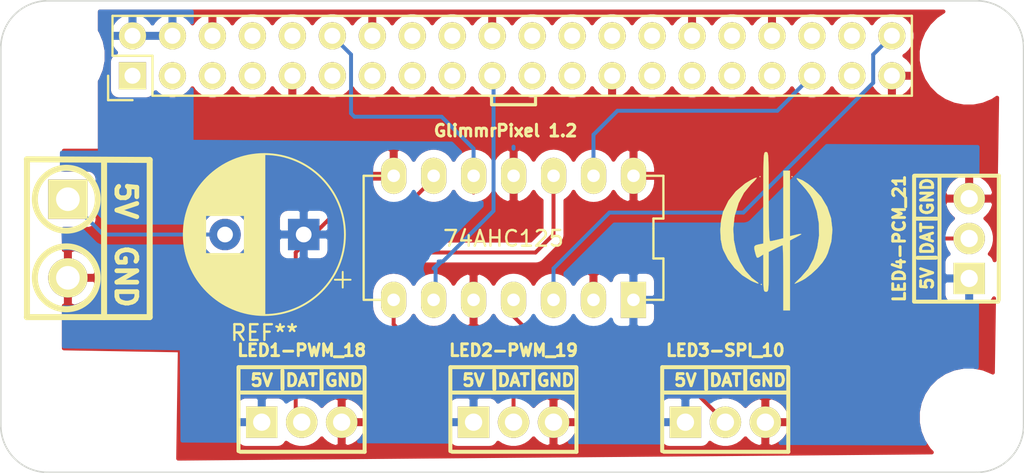
<source format=kicad_pcb>
(kicad_pcb (version 20171130) (host pcbnew "(5.1.12)-1")

  (general
    (thickness 1.6)
    (drawings 31)
    (tracks 61)
    (zones 0)
    (modules 13)
    (nets 33)
  )

  (page A4)
  (layers
    (0 F.Cu signal hide)
    (31 B.Cu signal)
    (34 B.Paste user)
    (35 F.Paste user hide)
    (36 B.SilkS user)
    (37 F.SilkS user)
    (38 B.Mask user)
    (39 F.Mask user)
    (40 Dwgs.User user)
    (41 Cmts.User user)
    (44 Edge.Cuts user)
    (48 B.Fab user)
    (49 F.Fab user)
  )

  (setup
    (last_trace_width 0.25)
    (user_trace_width 0.01)
    (user_trace_width 0.02)
    (user_trace_width 0.05)
    (user_trace_width 0.1)
    (user_trace_width 0.2)
    (trace_clearance 0.2)
    (zone_clearance 0.508)
    (zone_45_only no)
    (trace_min 0.01)
    (via_size 0.6)
    (via_drill 0.4)
    (via_min_size 0.4)
    (via_min_drill 0.3)
    (uvia_size 0.3)
    (uvia_drill 0.1)
    (uvias_allowed no)
    (uvia_min_size 0.2)
    (uvia_min_drill 0.1)
    (edge_width 0.1)
    (segment_width 0.2)
    (pcb_text_width 0.3)
    (pcb_text_size 1.5 1.5)
    (mod_edge_width 0.15)
    (mod_text_size 1 1)
    (mod_text_width 0.15)
    (pad_size 2 2)
    (pad_drill 1)
    (pad_to_mask_clearance 0)
    (aux_axis_origin 0 0)
    (visible_elements 7FFFFF7F)
    (pcbplotparams
      (layerselection 0x010f0_ffffffff)
      (usegerberextensions false)
      (usegerberattributes false)
      (usegerberadvancedattributes false)
      (creategerberjobfile true)
      (excludeedgelayer false)
      (linewidth 0.100000)
      (plotframeref false)
      (viasonmask false)
      (mode 1)
      (useauxorigin true)
      (hpglpennumber 1)
      (hpglpenspeed 20)
      (hpglpendiameter 15.000000)
      (psnegative false)
      (psa4output false)
      (plotreference true)
      (plotvalue true)
      (plotinvisibletext false)
      (padsonsilk false)
      (subtractmaskfromsilk false)
      (outputformat 1)
      (mirror false)
      (drillshape 0)
      (scaleselection 1)
      (outputdirectory "gerber1.1/"))
  )

  (net 0 "")
  (net 1 "Net-(J1-Pad36)")
  (net 2 PWM_19_OUT)
  (net 3 "Net-(J1-Pad24)")
  (net 4 "Net-(J1-Pad22)")
  (net 5 "Net-(J1-Pad32)")
  (net 6 "Net-(J1-Pad28)")
  (net 7 "Net-(J1-Pad26)")
  (net 8 "Net-(J1-Pad10)")
  (net 9 "Net-(J1-Pad16)")
  (net 10 "Net-(J1-Pad8)")
  (net 11 PWM_19)
  (net 12 "Net-(J1-Pad27)")
  (net 13 "Net-(J1-Pad29)")
  (net 14 "Net-(J1-Pad31)")
  (net 15 "Net-(J1-Pad21)")
  (net 16 "Net-(J1-Pad17)")
  (net 17 "Net-(J1-Pad3)")
  (net 18 PCM_20)
  (net 19 "Net-(J1-Pad7)")
  (net 20 "Net-(J1-Pad15)")
  (net 21 "Net-(J1-Pad11)")
  (net 22 PWR)
  (net 23 GND)
  (net 24 PWM_13)
  (net 25 PWM_18)
  (net 26 MOSI)
  (net 27 CLK)
  (net 28 MOSI_OUT)
  (net 29 PWM_18_OUT)
  (net 30 PCM_21)
  (net 31 PCM_21_OUT)
  (net 32 CAP_OUT)

  (net_class Default "This is the default net class."
    (clearance 0.2)
    (trace_width 0.25)
    (via_dia 0.6)
    (via_drill 0.4)
    (uvia_dia 0.3)
    (uvia_drill 0.1)
    (add_net CAP_OUT)
    (add_net CLK)
    (add_net GND)
    (add_net MOSI)
    (add_net MOSI_OUT)
    (add_net "Net-(J1-Pad10)")
    (add_net "Net-(J1-Pad11)")
    (add_net "Net-(J1-Pad15)")
    (add_net "Net-(J1-Pad16)")
    (add_net "Net-(J1-Pad17)")
    (add_net "Net-(J1-Pad21)")
    (add_net "Net-(J1-Pad22)")
    (add_net "Net-(J1-Pad24)")
    (add_net "Net-(J1-Pad26)")
    (add_net "Net-(J1-Pad27)")
    (add_net "Net-(J1-Pad28)")
    (add_net "Net-(J1-Pad29)")
    (add_net "Net-(J1-Pad3)")
    (add_net "Net-(J1-Pad31)")
    (add_net "Net-(J1-Pad32)")
    (add_net "Net-(J1-Pad36)")
    (add_net "Net-(J1-Pad7)")
    (add_net "Net-(J1-Pad8)")
    (add_net PCM_20)
    (add_net PCM_21)
    (add_net PCM_21_OUT)
    (add_net PWM_13)
    (add_net PWM_18)
    (add_net PWM_18_OUT)
    (add_net PWM_19)
    (add_net PWM_19_OUT)
    (add_net PWR)
  )

  (module Capacitor_THT:CP_Radial_D10.0mm_P5.00mm (layer F.Cu) (tedit 61C391D4) (tstamp 61C40B57)
    (at 31.75 39.37 180)
    (descr "CP, Radial series, Radial, pin pitch=5.00mm, , diameter=10mm, Electrolytic Capacitor")
    (tags "CP Radial series Radial pin pitch 5.00mm  diameter 10mm Electrolytic Capacitor")
    (fp_text reference REF** (at 2.5 -6.25) (layer F.SilkS)
      (effects (font (size 1 1) (thickness 0.15)))
    )
    (fp_text value "1000uf 16v" (at 2.5 6.25) (layer F.Fab)
      (effects (font (size 1 1) (thickness 0.15)))
    )
    (fp_line (start -2.479646 -3.375) (end -2.479646 -2.375) (layer F.SilkS) (width 0.12))
    (fp_line (start -2.979646 -2.875) (end -1.979646 -2.875) (layer F.SilkS) (width 0.12))
    (fp_line (start 7.581 -0.599) (end 7.581 0.599) (layer F.SilkS) (width 0.12))
    (fp_line (start 7.541 -0.862) (end 7.541 0.862) (layer F.SilkS) (width 0.12))
    (fp_line (start 7.501 -1.062) (end 7.501 1.062) (layer F.SilkS) (width 0.12))
    (fp_line (start 7.461 -1.23) (end 7.461 1.23) (layer F.SilkS) (width 0.12))
    (fp_line (start 7.421 -1.378) (end 7.421 1.378) (layer F.SilkS) (width 0.12))
    (fp_line (start 7.381 -1.51) (end 7.381 1.51) (layer F.SilkS) (width 0.12))
    (fp_line (start 7.341 -1.63) (end 7.341 1.63) (layer F.SilkS) (width 0.12))
    (fp_line (start 7.301 -1.742) (end 7.301 1.742) (layer F.SilkS) (width 0.12))
    (fp_line (start 7.261 -1.846) (end 7.261 1.846) (layer F.SilkS) (width 0.12))
    (fp_line (start 7.221 -1.944) (end 7.221 1.944) (layer F.SilkS) (width 0.12))
    (fp_line (start 7.181 -2.037) (end 7.181 2.037) (layer F.SilkS) (width 0.12))
    (fp_line (start 7.141 -2.125) (end 7.141 2.125) (layer F.SilkS) (width 0.12))
    (fp_line (start 7.101 -2.209) (end 7.101 2.209) (layer F.SilkS) (width 0.12))
    (fp_line (start 7.061 -2.289) (end 7.061 2.289) (layer F.SilkS) (width 0.12))
    (fp_line (start 7.021 -2.365) (end 7.021 2.365) (layer F.SilkS) (width 0.12))
    (fp_line (start 6.981 -2.439) (end 6.981 2.439) (layer F.SilkS) (width 0.12))
    (fp_line (start 6.941 -2.51) (end 6.941 2.51) (layer F.SilkS) (width 0.12))
    (fp_line (start 6.901 -2.579) (end 6.901 2.579) (layer F.SilkS) (width 0.12))
    (fp_line (start 6.861 -2.645) (end 6.861 2.645) (layer F.SilkS) (width 0.12))
    (fp_line (start 6.821 -2.709) (end 6.821 2.709) (layer F.SilkS) (width 0.12))
    (fp_line (start 6.781 -2.77) (end 6.781 2.77) (layer F.SilkS) (width 0.12))
    (fp_line (start 6.741 -2.83) (end 6.741 2.83) (layer F.SilkS) (width 0.12))
    (fp_line (start 6.701 -2.889) (end 6.701 2.889) (layer F.SilkS) (width 0.12))
    (fp_line (start 6.661 -2.945) (end 6.661 2.945) (layer F.SilkS) (width 0.12))
    (fp_line (start 6.621 -3) (end 6.621 3) (layer F.SilkS) (width 0.12))
    (fp_line (start 6.581 -3.054) (end 6.581 3.054) (layer F.SilkS) (width 0.12))
    (fp_line (start 6.541 -3.106) (end 6.541 3.106) (layer F.SilkS) (width 0.12))
    (fp_line (start 6.501 -3.156) (end 6.501 3.156) (layer F.SilkS) (width 0.12))
    (fp_line (start 6.461 -3.206) (end 6.461 3.206) (layer F.SilkS) (width 0.12))
    (fp_line (start 6.421 -3.254) (end 6.421 3.254) (layer F.SilkS) (width 0.12))
    (fp_line (start 6.381 -3.301) (end 6.381 3.301) (layer F.SilkS) (width 0.12))
    (fp_line (start 6.341 -3.347) (end 6.341 3.347) (layer F.SilkS) (width 0.12))
    (fp_line (start 6.301 -3.392) (end 6.301 3.392) (layer F.SilkS) (width 0.12))
    (fp_line (start 6.261 -3.436) (end 6.261 3.436) (layer F.SilkS) (width 0.12))
    (fp_line (start 6.221 1.241) (end 6.221 3.478) (layer F.SilkS) (width 0.12))
    (fp_line (start 6.221 -3.478) (end 6.221 -1.241) (layer F.SilkS) (width 0.12))
    (fp_line (start 6.181 1.241) (end 6.181 3.52) (layer F.SilkS) (width 0.12))
    (fp_line (start 6.181 -3.52) (end 6.181 -1.241) (layer F.SilkS) (width 0.12))
    (fp_line (start 6.141 1.241) (end 6.141 3.561) (layer F.SilkS) (width 0.12))
    (fp_line (start 6.141 -3.561) (end 6.141 -1.241) (layer F.SilkS) (width 0.12))
    (fp_line (start 6.101 1.241) (end 6.101 3.601) (layer F.SilkS) (width 0.12))
    (fp_line (start 6.101 -3.601) (end 6.101 -1.241) (layer F.SilkS) (width 0.12))
    (fp_line (start 6.061 1.241) (end 6.061 3.64) (layer F.SilkS) (width 0.12))
    (fp_line (start 6.061 -3.64) (end 6.061 -1.241) (layer F.SilkS) (width 0.12))
    (fp_line (start 6.021 1.241) (end 6.021 3.679) (layer F.SilkS) (width 0.12))
    (fp_line (start 6.021 -3.679) (end 6.021 -1.241) (layer F.SilkS) (width 0.12))
    (fp_line (start 5.981 1.241) (end 5.981 3.716) (layer F.SilkS) (width 0.12))
    (fp_line (start 5.981 -3.716) (end 5.981 -1.241) (layer F.SilkS) (width 0.12))
    (fp_line (start 5.941 1.241) (end 5.941 3.753) (layer F.SilkS) (width 0.12))
    (fp_line (start 5.941 -3.753) (end 5.941 -1.241) (layer F.SilkS) (width 0.12))
    (fp_line (start 5.901 1.241) (end 5.901 3.789) (layer F.SilkS) (width 0.12))
    (fp_line (start 5.901 -3.789) (end 5.901 -1.241) (layer F.SilkS) (width 0.12))
    (fp_line (start 5.861 1.241) (end 5.861 3.824) (layer F.SilkS) (width 0.12))
    (fp_line (start 5.861 -3.824) (end 5.861 -1.241) (layer F.SilkS) (width 0.12))
    (fp_line (start 5.821 1.241) (end 5.821 3.858) (layer F.SilkS) (width 0.12))
    (fp_line (start 5.821 -3.858) (end 5.821 -1.241) (layer F.SilkS) (width 0.12))
    (fp_line (start 5.781 1.241) (end 5.781 3.892) (layer F.SilkS) (width 0.12))
    (fp_line (start 5.781 -3.892) (end 5.781 -1.241) (layer F.SilkS) (width 0.12))
    (fp_line (start 5.741 1.241) (end 5.741 3.925) (layer F.SilkS) (width 0.12))
    (fp_line (start 5.741 -3.925) (end 5.741 -1.241) (layer F.SilkS) (width 0.12))
    (fp_line (start 5.701 1.241) (end 5.701 3.957) (layer F.SilkS) (width 0.12))
    (fp_line (start 5.701 -3.957) (end 5.701 -1.241) (layer F.SilkS) (width 0.12))
    (fp_line (start 5.661 1.241) (end 5.661 3.989) (layer F.SilkS) (width 0.12))
    (fp_line (start 5.661 -3.989) (end 5.661 -1.241) (layer F.SilkS) (width 0.12))
    (fp_line (start 5.621 1.241) (end 5.621 4.02) (layer F.SilkS) (width 0.12))
    (fp_line (start 5.621 -4.02) (end 5.621 -1.241) (layer F.SilkS) (width 0.12))
    (fp_line (start 5.581 1.241) (end 5.581 4.05) (layer F.SilkS) (width 0.12))
    (fp_line (start 5.581 -4.05) (end 5.581 -1.241) (layer F.SilkS) (width 0.12))
    (fp_line (start 5.541 1.241) (end 5.541 4.08) (layer F.SilkS) (width 0.12))
    (fp_line (start 5.541 -4.08) (end 5.541 -1.241) (layer F.SilkS) (width 0.12))
    (fp_line (start 5.501 1.241) (end 5.501 4.11) (layer F.SilkS) (width 0.12))
    (fp_line (start 5.501 -4.11) (end 5.501 -1.241) (layer F.SilkS) (width 0.12))
    (fp_line (start 5.461 1.241) (end 5.461 4.138) (layer F.SilkS) (width 0.12))
    (fp_line (start 5.461 -4.138) (end 5.461 -1.241) (layer F.SilkS) (width 0.12))
    (fp_line (start 5.421 1.241) (end 5.421 4.166) (layer F.SilkS) (width 0.12))
    (fp_line (start 5.421 -4.166) (end 5.421 -1.241) (layer F.SilkS) (width 0.12))
    (fp_line (start 5.381 1.241) (end 5.381 4.194) (layer F.SilkS) (width 0.12))
    (fp_line (start 5.381 -4.194) (end 5.381 -1.241) (layer F.SilkS) (width 0.12))
    (fp_line (start 5.341 1.241) (end 5.341 4.221) (layer F.SilkS) (width 0.12))
    (fp_line (start 5.341 -4.221) (end 5.341 -1.241) (layer F.SilkS) (width 0.12))
    (fp_line (start 5.301 1.241) (end 5.301 4.247) (layer F.SilkS) (width 0.12))
    (fp_line (start 5.301 -4.247) (end 5.301 -1.241) (layer F.SilkS) (width 0.12))
    (fp_line (start 5.261 1.241) (end 5.261 4.273) (layer F.SilkS) (width 0.12))
    (fp_line (start 5.261 -4.273) (end 5.261 -1.241) (layer F.SilkS) (width 0.12))
    (fp_line (start 5.221 1.241) (end 5.221 4.298) (layer F.SilkS) (width 0.12))
    (fp_line (start 5.221 -4.298) (end 5.221 -1.241) (layer F.SilkS) (width 0.12))
    (fp_line (start 5.181 1.241) (end 5.181 4.323) (layer F.SilkS) (width 0.12))
    (fp_line (start 5.181 -4.323) (end 5.181 -1.241) (layer F.SilkS) (width 0.12))
    (fp_line (start 5.141 1.241) (end 5.141 4.347) (layer F.SilkS) (width 0.12))
    (fp_line (start 5.141 -4.347) (end 5.141 -1.241) (layer F.SilkS) (width 0.12))
    (fp_line (start 5.101 1.241) (end 5.101 4.371) (layer F.SilkS) (width 0.12))
    (fp_line (start 5.101 -4.371) (end 5.101 -1.241) (layer F.SilkS) (width 0.12))
    (fp_line (start 5.061 1.241) (end 5.061 4.395) (layer F.SilkS) (width 0.12))
    (fp_line (start 5.061 -4.395) (end 5.061 -1.241) (layer F.SilkS) (width 0.12))
    (fp_line (start 5.021 1.241) (end 5.021 4.417) (layer F.SilkS) (width 0.12))
    (fp_line (start 5.021 -4.417) (end 5.021 -1.241) (layer F.SilkS) (width 0.12))
    (fp_line (start 4.981 1.241) (end 4.981 4.44) (layer F.SilkS) (width 0.12))
    (fp_line (start 4.981 -4.44) (end 4.981 -1.241) (layer F.SilkS) (width 0.12))
    (fp_line (start 4.941 1.241) (end 4.941 4.462) (layer F.SilkS) (width 0.12))
    (fp_line (start 4.941 -4.462) (end 4.941 -1.241) (layer F.SilkS) (width 0.12))
    (fp_line (start 4.901 1.241) (end 4.901 4.483) (layer F.SilkS) (width 0.12))
    (fp_line (start 4.901 -4.483) (end 4.901 -1.241) (layer F.SilkS) (width 0.12))
    (fp_line (start 4.861 1.241) (end 4.861 4.504) (layer F.SilkS) (width 0.12))
    (fp_line (start 4.861 -4.504) (end 4.861 -1.241) (layer F.SilkS) (width 0.12))
    (fp_line (start 4.821 1.241) (end 4.821 4.525) (layer F.SilkS) (width 0.12))
    (fp_line (start 4.821 -4.525) (end 4.821 -1.241) (layer F.SilkS) (width 0.12))
    (fp_line (start 4.781 1.241) (end 4.781 4.545) (layer F.SilkS) (width 0.12))
    (fp_line (start 4.781 -4.545) (end 4.781 -1.241) (layer F.SilkS) (width 0.12))
    (fp_line (start 4.741 1.241) (end 4.741 4.564) (layer F.SilkS) (width 0.12))
    (fp_line (start 4.741 -4.564) (end 4.741 -1.241) (layer F.SilkS) (width 0.12))
    (fp_line (start 4.701 1.241) (end 4.701 4.584) (layer F.SilkS) (width 0.12))
    (fp_line (start 4.701 -4.584) (end 4.701 -1.241) (layer F.SilkS) (width 0.12))
    (fp_line (start 4.661 1.241) (end 4.661 4.603) (layer F.SilkS) (width 0.12))
    (fp_line (start 4.661 -4.603) (end 4.661 -1.241) (layer F.SilkS) (width 0.12))
    (fp_line (start 4.621 1.241) (end 4.621 4.621) (layer F.SilkS) (width 0.12))
    (fp_line (start 4.621 -4.621) (end 4.621 -1.241) (layer F.SilkS) (width 0.12))
    (fp_line (start 4.581 1.241) (end 4.581 4.639) (layer F.SilkS) (width 0.12))
    (fp_line (start 4.581 -4.639) (end 4.581 -1.241) (layer F.SilkS) (width 0.12))
    (fp_line (start 4.541 1.241) (end 4.541 4.657) (layer F.SilkS) (width 0.12))
    (fp_line (start 4.541 -4.657) (end 4.541 -1.241) (layer F.SilkS) (width 0.12))
    (fp_line (start 4.501 1.241) (end 4.501 4.674) (layer F.SilkS) (width 0.12))
    (fp_line (start 4.501 -4.674) (end 4.501 -1.241) (layer F.SilkS) (width 0.12))
    (fp_line (start 4.461 1.241) (end 4.461 4.69) (layer F.SilkS) (width 0.12))
    (fp_line (start 4.461 -4.69) (end 4.461 -1.241) (layer F.SilkS) (width 0.12))
    (fp_line (start 4.421 1.241) (end 4.421 4.707) (layer F.SilkS) (width 0.12))
    (fp_line (start 4.421 -4.707) (end 4.421 -1.241) (layer F.SilkS) (width 0.12))
    (fp_line (start 4.381 1.241) (end 4.381 4.723) (layer F.SilkS) (width 0.12))
    (fp_line (start 4.381 -4.723) (end 4.381 -1.241) (layer F.SilkS) (width 0.12))
    (fp_line (start 4.341 1.241) (end 4.341 4.738) (layer F.SilkS) (width 0.12))
    (fp_line (start 4.341 -4.738) (end 4.341 -1.241) (layer F.SilkS) (width 0.12))
    (fp_line (start 4.301 1.241) (end 4.301 4.754) (layer F.SilkS) (width 0.12))
    (fp_line (start 4.301 -4.754) (end 4.301 -1.241) (layer F.SilkS) (width 0.12))
    (fp_line (start 4.261 1.241) (end 4.261 4.768) (layer F.SilkS) (width 0.12))
    (fp_line (start 4.261 -4.768) (end 4.261 -1.241) (layer F.SilkS) (width 0.12))
    (fp_line (start 4.221 1.241) (end 4.221 4.783) (layer F.SilkS) (width 0.12))
    (fp_line (start 4.221 -4.783) (end 4.221 -1.241) (layer F.SilkS) (width 0.12))
    (fp_line (start 4.181 1.241) (end 4.181 4.797) (layer F.SilkS) (width 0.12))
    (fp_line (start 4.181 -4.797) (end 4.181 -1.241) (layer F.SilkS) (width 0.12))
    (fp_line (start 4.141 1.241) (end 4.141 4.811) (layer F.SilkS) (width 0.12))
    (fp_line (start 4.141 -4.811) (end 4.141 -1.241) (layer F.SilkS) (width 0.12))
    (fp_line (start 4.101 1.241) (end 4.101 4.824) (layer F.SilkS) (width 0.12))
    (fp_line (start 4.101 -4.824) (end 4.101 -1.241) (layer F.SilkS) (width 0.12))
    (fp_line (start 4.061 1.241) (end 4.061 4.837) (layer F.SilkS) (width 0.12))
    (fp_line (start 4.061 -4.837) (end 4.061 -1.241) (layer F.SilkS) (width 0.12))
    (fp_line (start 4.021 1.241) (end 4.021 4.85) (layer F.SilkS) (width 0.12))
    (fp_line (start 4.021 -4.85) (end 4.021 -1.241) (layer F.SilkS) (width 0.12))
    (fp_line (start 3.981 1.241) (end 3.981 4.862) (layer F.SilkS) (width 0.12))
    (fp_line (start 3.981 -4.862) (end 3.981 -1.241) (layer F.SilkS) (width 0.12))
    (fp_line (start 3.941 1.241) (end 3.941 4.874) (layer F.SilkS) (width 0.12))
    (fp_line (start 3.941 -4.874) (end 3.941 -1.241) (layer F.SilkS) (width 0.12))
    (fp_line (start 3.901 1.241) (end 3.901 4.885) (layer F.SilkS) (width 0.12))
    (fp_line (start 3.901 -4.885) (end 3.901 -1.241) (layer F.SilkS) (width 0.12))
    (fp_line (start 3.861 1.241) (end 3.861 4.897) (layer F.SilkS) (width 0.12))
    (fp_line (start 3.861 -4.897) (end 3.861 -1.241) (layer F.SilkS) (width 0.12))
    (fp_line (start 3.821 1.241) (end 3.821 4.907) (layer F.SilkS) (width 0.12))
    (fp_line (start 3.821 -4.907) (end 3.821 -1.241) (layer F.SilkS) (width 0.12))
    (fp_line (start 3.781 1.241) (end 3.781 4.918) (layer F.SilkS) (width 0.12))
    (fp_line (start 3.781 -4.918) (end 3.781 -1.241) (layer F.SilkS) (width 0.12))
    (fp_line (start 3.741 -4.928) (end 3.741 4.928) (layer F.SilkS) (width 0.12))
    (fp_line (start 3.701 -4.938) (end 3.701 4.938) (layer F.SilkS) (width 0.12))
    (fp_line (start 3.661 -4.947) (end 3.661 4.947) (layer F.SilkS) (width 0.12))
    (fp_line (start 3.621 -4.956) (end 3.621 4.956) (layer F.SilkS) (width 0.12))
    (fp_line (start 3.581 -4.965) (end 3.581 4.965) (layer F.SilkS) (width 0.12))
    (fp_line (start 3.541 -4.974) (end 3.541 4.974) (layer F.SilkS) (width 0.12))
    (fp_line (start 3.501 -4.982) (end 3.501 4.982) (layer F.SilkS) (width 0.12))
    (fp_line (start 3.461 -4.99) (end 3.461 4.99) (layer F.SilkS) (width 0.12))
    (fp_line (start 3.421 -4.997) (end 3.421 4.997) (layer F.SilkS) (width 0.12))
    (fp_line (start 3.381 -5.004) (end 3.381 5.004) (layer F.SilkS) (width 0.12))
    (fp_line (start 3.341 -5.011) (end 3.341 5.011) (layer F.SilkS) (width 0.12))
    (fp_line (start 3.301 -5.018) (end 3.301 5.018) (layer F.SilkS) (width 0.12))
    (fp_line (start 3.261 -5.024) (end 3.261 5.024) (layer F.SilkS) (width 0.12))
    (fp_line (start 3.221 -5.03) (end 3.221 5.03) (layer F.SilkS) (width 0.12))
    (fp_line (start 3.18 -5.035) (end 3.18 5.035) (layer F.SilkS) (width 0.12))
    (fp_line (start 3.14 -5.04) (end 3.14 5.04) (layer F.SilkS) (width 0.12))
    (fp_line (start 3.1 -5.045) (end 3.1 5.045) (layer F.SilkS) (width 0.12))
    (fp_line (start 3.06 -5.05) (end 3.06 5.05) (layer F.SilkS) (width 0.12))
    (fp_line (start 3.02 -5.054) (end 3.02 5.054) (layer F.SilkS) (width 0.12))
    (fp_line (start 2.98 -5.058) (end 2.98 5.058) (layer F.SilkS) (width 0.12))
    (fp_line (start 2.94 -5.062) (end 2.94 5.062) (layer F.SilkS) (width 0.12))
    (fp_line (start 2.9 -5.065) (end 2.9 5.065) (layer F.SilkS) (width 0.12))
    (fp_line (start 2.86 -5.068) (end 2.86 5.068) (layer F.SilkS) (width 0.12))
    (fp_line (start 2.82 -5.07) (end 2.82 5.07) (layer F.SilkS) (width 0.12))
    (fp_line (start 2.78 -5.073) (end 2.78 5.073) (layer F.SilkS) (width 0.12))
    (fp_line (start 2.74 -5.075) (end 2.74 5.075) (layer F.SilkS) (width 0.12))
    (fp_line (start 2.7 -5.077) (end 2.7 5.077) (layer F.SilkS) (width 0.12))
    (fp_line (start 2.66 -5.078) (end 2.66 5.078) (layer F.SilkS) (width 0.12))
    (fp_line (start 2.62 -5.079) (end 2.62 5.079) (layer F.SilkS) (width 0.12))
    (fp_line (start 2.58 -5.08) (end 2.58 5.08) (layer F.SilkS) (width 0.12))
    (fp_line (start 2.54 -5.08) (end 2.54 5.08) (layer F.SilkS) (width 0.12))
    (fp_line (start 2.5 -5.08) (end 2.5 5.08) (layer F.SilkS) (width 0.12))
    (fp_line (start -1.288861 -2.6875) (end -1.288861 -1.6875) (layer F.Fab) (width 0.1))
    (fp_line (start -1.788861 -2.1875) (end -0.788861 -2.1875) (layer F.Fab) (width 0.1))
    (fp_circle (center 2.5 0) (end 7.75 0) (layer F.CrtYd) (width 0.05))
    (fp_circle (center 2.5 0) (end 7.62 0) (layer F.SilkS) (width 0.12))
    (fp_circle (center 2.5 0) (end 7.5 0) (layer F.Fab) (width 0.1))
    (fp_text user %R (at 2.5 0) (layer F.Fab)
      (effects (font (size 1 1) (thickness 0.15)))
    )
    (pad Cap_out thru_hole circle (at 5 0 180) (size 2 2) (drill 1) (layers *.Cu *.Mask)
      (net 32 CAP_OUT))
    (pad 1 thru_hole rect (at 0 0 180) (size 2 2) (drill 1) (layers *.Cu *.Mask)
      (net 22 PWR))
    (model ${KISYS3DMOD}/Capacitor_THT.3dshapes/CP_Radial_D10.0mm_P5.00mm.wrl
      (at (xyz 0 0 0))
      (scale (xyz 1 1 1))
      (rotate (xyz 0 0 0))
    )
  )

  (module Custom:DIP_14 (layer F.Cu) (tedit 600A5F29) (tstamp 5945D045)
    (at 52.705 35.814 270)
    (descr "14-lead dip package, row spacing 7.62 mm (300 mils), longer pads")
    (tags "dil dip 2.54 300")
    (path /594534EA)
    (fp_text reference U1 (at 3.81 -3.81 270) (layer F.SilkS) hide
      (effects (font (size 1 1) (thickness 0.15)))
    )
    (fp_text value 74AHC125 (at 3.81 8.255) (layer F.SilkS)
      (effects (font (size 1 1) (thickness 0.15)))
    )
    (fp_line (start 2.54 -1.905) (end -0.17272 -1.90246) (layer F.SilkS) (width 0.15))
    (fp_line (start 2.54 -1.905) (end 2.54 -1.27) (layer F.SilkS) (width 0.15))
    (fp_line (start 2.54 -1.27) (end 3.175 -1.27) (layer F.SilkS) (width 0.15))
    (fp_line (start -0.18034 -0.64008) (end -0.18034 -1.91008) (layer F.SilkS) (width 0.15))
    (fp_line (start 3.175 -1.27) (end 5.08 -1.27) (layer F.SilkS) (width 0.15))
    (fp_line (start 5.08 -1.27) (end 5.08 -1.905) (layer F.SilkS) (width 0.15))
    (fp_line (start 5.08 -1.905) (end 7.62 -1.905) (layer F.SilkS) (width 0.15))
    (fp_line (start 7.71144 -1.905) (end 7.71144 -0.635) (layer F.SilkS) (width 0.15))
    (fp_line (start -0.18034 15.86992) (end -0.18034 17.13992) (layer F.SilkS) (width 0.15))
    (fp_line (start -0.18034 17.145) (end 7.62 17.145) (layer F.SilkS) (width 0.15))
    (fp_line (start 7.71144 17.145) (end 7.71144 15.875) (layer F.SilkS) (width 0.15))
    (fp_line (start -1.4 -2.45) (end -1.4 17.7) (layer F.CrtYd) (width 0.05))
    (fp_line (start 9 -2.45) (end 9 17.7) (layer F.CrtYd) (width 0.05))
    (fp_line (start -1.4 -2.45) (end 9 -2.45) (layer F.CrtYd) (width 0.05))
    (fp_line (start -1.4 17.7) (end 9 17.7) (layer F.CrtYd) (width 0.05))
    (pad 14 thru_hole rect (at 7.71144 0 270) (size 2.3 1.6) (drill 0.8) (layers *.Cu *.Mask F.SilkS)
      (net 22 PWR))
    (pad 13 thru_hole oval (at 7.71144 2.54 270) (size 2.3 1.6) (drill 0.8) (layers *.Cu *.Mask F.SilkS)
      (net 23 GND))
    (pad 12 thru_hole oval (at 7.71144 5.08 270) (size 2.3 1.6) (drill 0.8) (layers *.Cu *.Mask F.SilkS)
      (net 30 PCM_21))
    (pad 11 thru_hole oval (at 7.71144 7.62 270) (size 2.3 1.6) (drill 0.8) (layers *.Cu *.Mask F.SilkS)
      (net 31 PCM_21_OUT))
    (pad 10 thru_hole oval (at 7.71144 10.16 270) (size 2.3 1.6) (drill 0.8) (layers *.Cu *.Mask F.SilkS)
      (net 23 GND))
    (pad 9 thru_hole oval (at 7.71144 12.7 270) (size 2.3 1.6) (drill 0.8) (layers *.Cu *.Mask F.SilkS)
      (net 26 MOSI))
    (pad 8 thru_hole oval (at 7.71144 15.24 270) (size 2.3 1.6) (drill 0.8) (layers *.Cu *.Mask F.SilkS)
      (net 28 MOSI_OUT))
    (pad 7 thru_hole oval (at -0.18034 15.23492 270) (size 2.3 1.6) (drill 0.8) (layers *.Cu *.Mask F.SilkS)
      (net 23 GND))
    (pad 6 thru_hole oval (at -0.18034 12.69492 270) (size 2.3 1.6) (drill 0.8) (layers *.Cu *.Mask F.SilkS)
      (net 29 PWM_18_OUT))
    (pad 5 thru_hole oval (at -0.18034 10.15492 270) (size 2.3 1.6) (drill 0.8) (layers *.Cu *.Mask F.SilkS)
      (net 25 PWM_18))
    (pad 4 thru_hole oval (at -0.18034 7.61492 270) (size 2.3 1.6) (drill 0.8) (layers *.Cu *.Mask F.SilkS)
      (net 23 GND))
    (pad 3 thru_hole oval (at -0.18034 5.07492 270) (size 2.3 1.6) (drill 0.8) (layers *.Cu *.Mask F.SilkS)
      (net 2 PWM_19_OUT))
    (pad 2 thru_hole oval (at -0.18034 2.53492 270) (size 2.3 1.6) (drill 0.8) (layers *.Cu *.Mask F.SilkS)
      (net 11 PWM_19))
    (pad 1 thru_hole oval (at -0.18034 -0.00508 270) (size 2.3 1.6) (drill 0.8) (layers *.Cu *.Mask F.SilkS)
      (net 23 GND))
    (model ${KISYS3DMOD}/Package_DIP.3dshapes/DIP-14_W7.62mm.step
      (at (xyz 0 0 0))
      (scale (xyz 1 1 1))
      (rotate (xyz 0 0 0))
    )
  )

  (module w_conn_mpt:mpt_0,5%2f4-2,54 (layer F.Cu) (tedit 600A563D) (tstamp 600A560F)
    (at 74.041 38.354 270)
    (descr "4-way 2.54mm pitch terminal block, Phoenix MPT series")
    (path /5945246A)
    (fp_text reference LED_1 (at 1.22682 -3.50774 270) (layer F.SilkS) hide
      (effects (font (size 1.524 1.524) (thickness 0.3048)))
    )
    (fp_text value CONN_01X03 (at 1.0922 4.72948 270) (layer F.SilkS) hide
      (effects (font (size 1.524 1.524) (thickness 0.3048)))
    )
    (fp_line (start -2.72796 -1.88468) (end -2.72796 3.46964) (layer F.SilkS) (width 0.254))
    (fp_line (start 5.28574 3.50012) (end 5.28574 -1.83896) (layer F.SilkS) (width 0.254))
    (fp_line (start 0.00762 2.08788) (end 0.00762 3.3655) (layer F.SilkS) (width 0.254))
    (fp_line (start 2.4892 2.11074) (end 2.49682 3.27914) (layer F.SilkS) (width 0.254))
    (fp_line (start 5.2705 3.50012) (end -2.71272 3.50012) (layer F.SilkS) (width 0.254))
    (fp_line (start -2.6543 1.88468) (end 5.25526 1.88468) (layer F.SilkS) (width 0.254))
    (fp_line (start -2.73558 -1.88468) (end 5.17398 -1.88214) (layer F.SilkS) (width 0.254))
    (pad 3 thru_hole oval (at -1.27 0 270) (size 1.99898 1.99898) (drill 1.09728) (layers *.Cu *.Mask F.SilkS)
      (net 23 GND))
    (pad 2 thru_hole oval (at 1.27 0 270) (size 1.99898 1.99898) (drill 1.09728) (layers *.Cu *.Mask F.SilkS)
      (net 31 PCM_21_OUT))
    (pad 1 thru_hole rect (at 3.81 0 270) (size 1.99898 1.99898) (drill 1.09728) (layers *.Cu *.Mask F.SilkS)
      (net 22 PWR))
    (model ${KIPRJMOD}/libs/CAD.3dshapes/4PinTerminalBlock.step
      (offset (xyz 0 -3.175 3.048))
      (scale (xyz 1 1 1))
      (rotate (xyz -90 0 0))
    )
  )

  (module w_conn_mpt:mpt_0,5%2f4-2,54 (layer F.Cu) (tedit 600A55A8) (tstamp 600A560F)
    (at 59.817 51.308 180)
    (descr "4-way 2.54mm pitch terminal block, Phoenix MPT series")
    (path /5945246A)
    (fp_text reference LED_1 (at 1.22682 -3.50774 180) (layer F.SilkS) hide
      (effects (font (size 1.524 1.524) (thickness 0.3048)))
    )
    (fp_text value CONN_01X03 (at 1.0922 4.72948 180) (layer F.SilkS) hide
      (effects (font (size 1.524 1.524) (thickness 0.3048)))
    )
    (fp_line (start -2.72796 -1.88468) (end -2.72796 3.46964) (layer F.SilkS) (width 0.254))
    (fp_line (start 5.28574 3.50012) (end 5.28574 -1.83896) (layer F.SilkS) (width 0.254))
    (fp_line (start 0.00762 2.08788) (end 0.00762 3.3655) (layer F.SilkS) (width 0.254))
    (fp_line (start 2.4892 2.11074) (end 2.49682 3.27914) (layer F.SilkS) (width 0.254))
    (fp_line (start 5.2705 3.50012) (end -2.71272 3.50012) (layer F.SilkS) (width 0.254))
    (fp_line (start -2.6543 1.88468) (end 5.25526 1.88468) (layer F.SilkS) (width 0.254))
    (fp_line (start -2.73558 -1.88468) (end 5.17398 -1.88214) (layer F.SilkS) (width 0.254))
    (pad 3 thru_hole oval (at -1.27 0 180) (size 1.99898 1.99898) (drill 1.09728) (layers *.Cu *.Mask F.SilkS)
      (net 23 GND))
    (pad 2 thru_hole oval (at 1.27 0 180) (size 1.99898 1.99898) (drill 1.09728) (layers *.Cu *.Mask F.SilkS)
      (net 28 MOSI_OUT))
    (pad 1 thru_hole rect (at 3.81 0 180) (size 1.99898 1.99898) (drill 1.09728) (layers *.Cu *.Mask F.SilkS)
      (net 22 PWR))
    (model ${KIPRJMOD}/libs/CAD.3dshapes/4PinTerminalBlock.step
      (offset (xyz 0 -3.175 3.048))
      (scale (xyz 1 1 1))
      (rotate (xyz -90 0 0))
    )
  )

  (module w_conn_mpt:mpt_0,5%2f4-2,54 (layer F.Cu) (tedit 600A551E) (tstamp 600A560F)
    (at 46.355 51.308 180)
    (descr "4-way 2.54mm pitch terminal block, Phoenix MPT series")
    (path /5945246A)
    (fp_text reference LED_1 (at 1.22682 -3.50774 180) (layer F.SilkS) hide
      (effects (font (size 1.524 1.524) (thickness 0.3048)))
    )
    (fp_text value CONN_01X03 (at 1.0922 4.72948 180) (layer F.SilkS) hide
      (effects (font (size 1.524 1.524) (thickness 0.3048)))
    )
    (fp_line (start -2.72796 -1.88468) (end -2.72796 3.46964) (layer F.SilkS) (width 0.254))
    (fp_line (start 5.28574 3.50012) (end 5.28574 -1.83896) (layer F.SilkS) (width 0.254))
    (fp_line (start 0.00762 2.08788) (end 0.00762 3.3655) (layer F.SilkS) (width 0.254))
    (fp_line (start 2.4892 2.11074) (end 2.49682 3.27914) (layer F.SilkS) (width 0.254))
    (fp_line (start 5.2705 3.50012) (end -2.71272 3.50012) (layer F.SilkS) (width 0.254))
    (fp_line (start -2.6543 1.88468) (end 5.25526 1.88468) (layer F.SilkS) (width 0.254))
    (fp_line (start -2.73558 -1.88468) (end 5.17398 -1.88214) (layer F.SilkS) (width 0.254))
    (pad 3 thru_hole oval (at -1.27 0 180) (size 1.99898 1.99898) (drill 1.09728) (layers *.Cu *.Mask F.SilkS)
      (net 23 GND))
    (pad 2 thru_hole oval (at 1.27 0 180) (size 1.99898 1.99898) (drill 1.09728) (layers *.Cu *.Mask F.SilkS)
      (net 2 PWM_19_OUT))
    (pad 1 thru_hole rect (at 3.81 0 180) (size 1.99898 1.99898) (drill 1.09728) (layers *.Cu *.Mask F.SilkS)
      (net 22 PWR))
    (model ${KIPRJMOD}/libs/CAD.3dshapes/4PinTerminalBlock.step
      (offset (xyz 0 -3.175 3.048))
      (scale (xyz 1 1 1))
      (rotate (xyz -90 0 0))
    )
  )

  (module w_conn_mpt:mpt_0,5%2f4-2,54 (layer F.Cu) (tedit 600A54AE) (tstamp 5FE14EEF)
    (at 32.893 51.308 180)
    (descr "4-way 2.54mm pitch terminal block, Phoenix MPT series")
    (path /5945246A)
    (fp_text reference LED_1 (at 1.22682 -3.50774 180) (layer F.SilkS) hide
      (effects (font (size 1.524 1.524) (thickness 0.3048)))
    )
    (fp_text value CONN_01X03 (at 1.0922 4.72948 180) (layer F.SilkS) hide
      (effects (font (size 1.524 1.524) (thickness 0.3048)))
    )
    (fp_line (start -2.72796 -1.88468) (end -2.72796 3.46964) (layer F.SilkS) (width 0.254))
    (fp_line (start 5.28574 3.50012) (end 5.28574 -1.83896) (layer F.SilkS) (width 0.254))
    (fp_line (start 0.00762 2.08788) (end 0.00762 3.3655) (layer F.SilkS) (width 0.254))
    (fp_line (start 2.4892 2.11074) (end 2.49682 3.27914) (layer F.SilkS) (width 0.254))
    (fp_line (start 5.2705 3.50012) (end -2.71272 3.50012) (layer F.SilkS) (width 0.254))
    (fp_line (start -2.6543 1.88468) (end 5.25526 1.88468) (layer F.SilkS) (width 0.254))
    (fp_line (start -2.73558 -1.88468) (end 5.17398 -1.88214) (layer F.SilkS) (width 0.254))
    (pad 1 thru_hole rect (at 3.81 0 180) (size 1.99898 1.99898) (drill 1.09728) (layers *.Cu *.Mask F.SilkS)
      (net 22 PWR))
    (pad 2 thru_hole oval (at 1.27 0 180) (size 1.99898 1.99898) (drill 1.09728) (layers *.Cu *.Mask F.SilkS)
      (net 29 PWM_18_OUT))
    (pad 3 thru_hole oval (at -1.27 0 180) (size 1.99898 1.99898) (drill 1.09728) (layers *.Cu *.Mask F.SilkS)
      (net 23 GND))
    (model ${KIPRJMOD}/libs/CAD.3dshapes/4PinTerminalBlock.step
      (offset (xyz 0 -3.175 3.048))
      (scale (xyz 1 1 1))
      (rotate (xyz -90 0 0))
    )
  )

  (module w_conn_mkds:mkds_1,5-2 (layer F.Cu) (tedit 61C3911E) (tstamp 5945D033)
    (at 16.764 39.624 270)
    (descr "2-way 5mm pitch terminal block, Phoenix MKDS series")
    (path /59453D07)
    (fp_text reference P2 (at 0 -6.6 270) (layer F.SilkS) hide
      (effects (font (size 1.5 1.5) (thickness 0.3)))
    )
    (fp_text value CONN_01X02 (at 0.13462 4.46024 270) (layer F.SilkS) hide
      (effects (font (size 1.5 1.5) (thickness 0.3)))
    )
    (fp_line (start -5 -5.2) (end -5.03936 2.60858) (layer F.SilkS) (width 0.381))
    (fp_line (start 5 -5.2) (end -5 -5.2) (layer F.SilkS) (width 0.381))
    (fp_line (start 5 2.60858) (end 5 -5.2) (layer F.SilkS) (width 0.381))
    (fp_line (start -5 -2.3) (end 5 -2.3) (layer F.SilkS) (width 0.381))
    (fp_line (start -5 2.6) (end 5 2.6) (layer F.SilkS) (width 0.381))
    (fp_circle (center -2.5 0.1) (end -0.5 0.1) (layer F.SilkS) (width 0.381))
    (fp_circle (center 2.5 0.1) (end 0.5 0.1) (layer F.SilkS) (width 0.381))
    (pad 1 thru_hole rect (at -2.5 0 270) (size 2.5 2.5) (drill 1.5) (layers *.Cu *.Mask F.SilkS)
      (net 32 CAP_OUT))
    (pad 2 thru_hole oval (at 2.5 0 270) (size 2.5 2.5) (drill 1.5) (layers *.Cu *.Mask F.SilkS)
      (net 23 GND))
    (model ${KIPRJMOD}/libs/CAD.3dshapes/1716020000.stp
      (offset (xyz -5.08 5.08 -3.81))
      (scale (xyz 1 1 1))
      (rotate (xyz -90 0 0))
    )
  )

  (module gerber:dlogo (layer F.Cu) (tedit 0) (tstamp 5FE17D0B)
    (at 61.722 39.116)
    (fp_text reference G*** (at 0 0) (layer F.SilkS) hide
      (effects (font (size 1.524 1.524) (thickness 0.3)))
    )
    (fp_text value LOGO (at 0.75 0) (layer F.SilkS) hide
      (effects (font (size 1.524 1.524) (thickness 0.3)))
    )
    (fp_poly (pts (xy -0.54687 -4.990765) (xy -0.510174 -4.965807) (xy -0.481573 -4.903579) (xy -0.460057 -4.7872)
      (xy -0.44462 -4.599789) (xy -0.434253 -4.324468) (xy -0.427949 -3.944354) (xy -0.4247 -3.442568)
      (xy -0.423498 -2.80223) (xy -0.423333 -2.159) (xy -0.420997 -1.284741) (xy -0.413911 -0.576051)
      (xy -0.401957 -0.029228) (xy -0.385019 0.359427) (xy -0.36298 0.593616) (xy -0.335724 0.677041)
      (xy -0.333826 0.677334) (xy -0.202522 0.657906) (xy 0.02381 0.608928) (xy 0.131841 0.582616)
      (xy 0.508 0.487898) (xy 0.508 -3.81) (xy 0.931333 -3.81) (xy 0.931333 0.357024)
      (xy 1.143 0.305512) (xy 1.465345 0.231707) (xy 1.631301 0.207831) (xy 1.647 0.236267)
      (xy 1.518575 0.3194) (xy 1.375833 0.396036) (xy 0.931333 0.627689) (xy 0.931333 5.08)
      (xy 0.508 5.08) (xy 0.508 3.005667) (xy 0.50624 2.433171) (xy 0.501293 1.921204)
      (xy 0.493658 1.492667) (xy 0.483832 1.17046) (xy 0.472315 0.977483) (xy 0.462852 0.931334)
      (xy 0.368414 0.966619) (xy 0.172517 1.057577) (xy -0.002815 1.144426) (xy -0.423333 1.357519)
      (xy -0.423333 2.626093) (xy -0.424445 3.113876) (xy -0.430021 3.457497) (xy -0.443419 3.682126)
      (xy -0.468 3.81293) (xy -0.507124 3.875079) (xy -0.564149 3.893741) (xy -0.592667 3.894667)
      (xy -0.659628 3.885885) (xy -0.706148 3.842206) (xy -0.735934 3.737628) (xy -0.752696 3.54615)
      (xy -0.760141 3.241769) (xy -0.761979 2.798484) (xy -0.762 2.707382) (xy -0.762 1.520097)
      (xy -0.96802 1.655086) (xy -1.102645 1.732668) (xy -1.177378 1.712671) (xy -1.235258 1.567667)
      (xy -1.263881 1.466538) (xy -1.333058 1.183934) (xy -1.333234 1.020385) (xy -1.249857 0.934606)
      (xy -1.068373 0.885311) (xy -1.058333 0.883414) (xy -0.762 0.827822) (xy -0.762 -2.083756)
      (xy -0.761739 -2.861999) (xy -0.760311 -3.487571) (xy -0.756746 -3.977133) (xy -0.750075 -4.347345)
      (xy -0.73933 -4.61487) (xy -0.723541 -4.796369) (xy -0.701739 -4.908503) (xy -0.672956 -4.967933)
      (xy -0.636222 -4.991322) (xy -0.592667 -4.995333) (xy -0.54687 -4.990765)) (layer F.SilkS) (width 0.01))
    (fp_poly (pts (xy -0.846667 3.429) (xy -0.889 3.471334) (xy -0.931333 3.429) (xy -0.889 3.386667)
      (xy -0.846667 3.429)) (layer F.SilkS) (width 0.01))
    (fp_poly (pts (xy -1.199049 -3.312896) (xy -1.335441 -3.153724) (xy -1.54477 -2.942167) (xy -1.99348 -2.398659)
      (xy -2.32991 -1.755212) (xy -2.563596 -0.992559) (xy -2.602465 -0.805308) (xy -2.67459 -0.093323)
      (xy -2.630514 0.629552) (xy -2.480479 1.332391) (xy -2.234729 1.98427) (xy -1.90351 2.554263)
      (xy -1.497064 3.011443) (xy -1.282762 3.178687) (xy -1.099542 3.31523) (xy -1.061175 3.374678)
      (xy -1.161712 3.356951) (xy -1.3952 3.261972) (xy -1.566333 3.182432) (xy -2.100953 2.844969)
      (xy -2.593659 2.381242) (xy -3.007702 1.834242) (xy -3.306329 1.246959) (xy -3.365169 1.078232)
      (xy -3.469983 0.552497) (xy -3.49714 -0.048812) (xy -3.448291 -0.651652) (xy -3.325083 -1.181985)
      (xy -3.314141 -1.213296) (xy -2.981014 -1.89628) (xy -2.507675 -2.497581) (xy -1.911557 -2.997348)
      (xy -1.561942 -3.20885) (xy -1.311932 -3.334762) (xy -1.19109 -3.371343) (xy -1.199049 -3.312896)) (layer F.SilkS) (width 0.01))
    (fp_poly (pts (xy 1.392416 -3.33405) (xy 1.731143 -3.194202) (xy 2.077071 -2.970373) (xy 2.384128 -2.717428)
      (xy 2.914298 -2.143762) (xy 3.300785 -1.495118) (xy 3.53978 -0.791962) (xy 3.627472 -0.054761)
      (xy 3.560052 0.696019) (xy 3.333709 1.439913) (xy 3.208435 1.710262) (xy 2.987569 2.044497)
      (xy 2.665807 2.410263) (xy 2.292001 2.760033) (xy 1.915 3.046278) (xy 1.713419 3.164822)
      (xy 1.46852 3.284716) (xy 1.288086 3.36527) (xy 1.223658 3.386667) (xy 1.255218 3.334957)
      (xy 1.386285 3.198333) (xy 1.589957 3.004548) (xy 1.62684 2.970683) (xy 2.084424 2.441892)
      (xy 2.43141 1.808668) (xy 2.663844 1.098114) (xy 2.777769 0.337332) (xy 2.76923 -0.446577)
      (xy 2.63427 -1.226511) (xy 2.368935 -1.975367) (xy 2.353579 -2.008514) (xy 2.197197 -2.273333)
      (xy 1.965053 -2.587416) (xy 1.70584 -2.885198) (xy 1.691304 -2.900276) (xy 1.46659 -3.144795)
      (xy 1.359057 -3.293082) (xy 1.373413 -3.338305) (xy 1.392416 -3.33405)) (layer F.SilkS) (width 0.01))
    (fp_poly (pts (xy -0.931333 -3.429) (xy -0.973667 -3.386666) (xy -1.016 -3.429) (xy -0.973667 -3.471333)
      (xy -0.931333 -3.429)) (layer F.SilkS) (width 0.01))
    (fp_poly (pts (xy 1.100667 -3.429) (xy 1.058333 -3.386666) (xy 1.016 -3.429) (xy 1.058333 -3.471333)
      (xy 1.100667 -3.429)) (layer F.SilkS) (width 0.01))
  )

  (module RPi_Hat:RPi_Hat_Mounting_Hole (layer F.Cu) (tedit 55217CCB) (tstamp 58B743A7)
    (at 16 51)
    (descr "Mounting hole, Befestigungsbohrung, 2,7mm, No Annular, Kein Restring,")
    (tags "Mounting hole, Befestigungsbohrung, 2,7mm, No Annular, Kein Restring,")
    (fp_text reference "" (at 0 -4.0005) (layer F.SilkS) hide
      (effects (font (size 1 1) (thickness 0.15)))
    )
    (fp_text value "" (at 0.09906 3.59918) (layer F.Fab) hide
      (effects (font (size 1 1) (thickness 0.15)))
    )
    (fp_circle (center 0 0) (end 3.1 0) (layer B.CrtYd) (width 0.15))
    (fp_circle (center 0 0) (end 3.1 0) (layer F.CrtYd) (width 0.15))
    (fp_circle (center 0 0) (end 1.375 0) (layer B.Fab) (width 0.15))
    (fp_circle (center 0 0) (end 3.1 0) (layer B.Fab) (width 0.15))
    (fp_circle (center 0 0) (end 3.1 0) (layer F.Fab) (width 0.15))
    (fp_circle (center 0 0) (end 1.375 0) (layer F.Fab) (width 0.15))
    (pad "" np_thru_hole circle (at 0 0) (size 2.75 2.75) (drill 2.75) (layers *.Cu *.Mask)
      (solder_mask_margin 1.725) (clearance 1.725))
  )

  (module RPi_Hat:Pin_Header_Straight_2x20 (layer F.Cu) (tedit 600A48A6) (tstamp 5516AEA0)
    (at 45 28 90)
    (descr "Through hole pin header")
    (tags "pin header")
    (path /5516AE26)
    (fp_text reference J1 (at -5 -21 180) (layer F.SilkS) hide
      (effects (font (size 1 1) (thickness 0.15)))
    )
    (fp_text value RPi_GPIO (at -1.27 -27.23 90) (layer F.Fab) hide
      (effects (font (size 1 1) (thickness 0.15)))
    )
    (fp_line (start -2.82 -25.68) (end -2.82 -24.13) (layer F.SilkS) (width 0.15))
    (fp_line (start 0 -22.86) (end -2.54 -22.86) (layer F.SilkS) (width 0.15))
    (fp_line (start 0 -25.4) (end 0 -22.86) (layer F.SilkS) (width 0.15))
    (fp_line (start -1.27 -25.68) (end -2.82 -25.68) (layer F.SilkS) (width 0.15))
    (fp_line (start 2.54 -25.4) (end 0 -25.4) (layer F.SilkS) (width 0.15))
    (fp_line (start 2.54 25.4) (end -2.54 25.4) (layer F.SilkS) (width 0.15))
    (fp_line (start -2.54 -22.86) (end -2.54 25.4) (layer F.SilkS) (width 0.15))
    (fp_line (start 2.54 25.4) (end 2.54 -25.4) (layer F.SilkS) (width 0.15))
    (fp_line (start -3.02 25.92) (end 3.03 25.92) (layer F.CrtYd) (width 0.05))
    (fp_line (start -3.02 -25.88) (end 3.03 -25.88) (layer F.CrtYd) (width 0.05))
    (fp_line (start 3.03 -25.88) (end 3.03 25.92) (layer F.CrtYd) (width 0.05))
    (fp_line (start -3.02 -25.88) (end -3.02 25.92) (layer F.CrtYd) (width 0.05))
    (pad 1 thru_hole rect (at -1.27 -24.13 90) (size 1.7272 1.7272) (drill 1.016) (layers *.Cu *.Mask F.SilkS))
    (pad 2 thru_hole oval (at 1.27 -24.13 90) (size 1.7272 1.7272) (drill 1.016) (layers *.Cu *.Mask F.SilkS)
      (net 22 PWR))
    (pad 3 thru_hole oval (at -1.27 -21.59 90) (size 1.7272 1.7272) (drill 1.016) (layers *.Cu *.Mask F.SilkS)
      (net 17 "Net-(J1-Pad3)"))
    (pad 4 thru_hole oval (at 1.27 -21.59 90) (size 1.7272 1.7272) (drill 1.016) (layers *.Cu *.Mask F.SilkS)
      (net 22 PWR))
    (pad 5 thru_hole oval (at -1.27 -19.05 90) (size 1.7272 1.7272) (drill 1.016) (layers *.Cu *.Mask F.SilkS))
    (pad 6 thru_hole oval (at 1.27 -19.05 90) (size 1.7272 1.7272) (drill 1.016) (layers *.Cu *.Mask F.SilkS)
      (net 23 GND))
    (pad 7 thru_hole oval (at -1.27 -16.51 90) (size 1.7272 1.7272) (drill 1.016) (layers *.Cu *.Mask F.SilkS)
      (net 19 "Net-(J1-Pad7)"))
    (pad 8 thru_hole oval (at 1.27 -16.51 90) (size 1.7272 1.7272) (drill 1.016) (layers *.Cu *.Mask F.SilkS)
      (net 10 "Net-(J1-Pad8)"))
    (pad 9 thru_hole oval (at -1.27 -13.97 90) (size 1.7272 1.7272) (drill 1.016) (layers *.Cu *.Mask F.SilkS)
      (net 23 GND))
    (pad 10 thru_hole oval (at 1.27 -13.97 90) (size 1.7272 1.7272) (drill 1.016) (layers *.Cu *.Mask F.SilkS)
      (net 8 "Net-(J1-Pad10)"))
    (pad 11 thru_hole oval (at -1.27 -11.43 90) (size 1.7272 1.7272) (drill 1.016) (layers *.Cu *.Mask F.SilkS)
      (net 21 "Net-(J1-Pad11)"))
    (pad 12 thru_hole oval (at 1.27 -11.43 90) (size 1.7272 1.7272) (drill 1.016) (layers *.Cu *.Mask F.SilkS)
      (net 25 PWM_18))
    (pad 13 thru_hole oval (at -1.27 -8.89 90) (size 1.7272 1.7272) (drill 1.016) (layers *.Cu *.Mask F.SilkS))
    (pad 14 thru_hole oval (at 1.27 -8.89 90) (size 1.7272 1.7272) (drill 1.016) (layers *.Cu *.Mask F.SilkS)
      (net 23 GND))
    (pad 15 thru_hole oval (at -1.27 -6.35 90) (size 1.7272 1.7272) (drill 1.016) (layers *.Cu *.Mask F.SilkS)
      (net 20 "Net-(J1-Pad15)"))
    (pad 16 thru_hole oval (at 1.27 -6.35 90) (size 1.7272 1.7272) (drill 1.016) (layers *.Cu *.Mask F.SilkS)
      (net 9 "Net-(J1-Pad16)"))
    (pad 17 thru_hole oval (at -1.27 -3.81 90) (size 1.7272 1.7272) (drill 1.016) (layers *.Cu *.Mask F.SilkS)
      (net 16 "Net-(J1-Pad17)"))
    (pad 18 thru_hole oval (at 1.27 -3.81 90) (size 1.7272 1.7272) (drill 1.016) (layers *.Cu *.Mask F.SilkS))
    (pad 19 thru_hole oval (at -1.27 -1.27 90) (size 1.7272 1.7272) (drill 1.016) (layers *.Cu *.Mask F.SilkS)
      (net 26 MOSI))
    (pad 20 thru_hole oval (at 1.27 -1.27 90) (size 1.7272 1.7272) (drill 1.016) (layers *.Cu *.Mask F.SilkS)
      (net 23 GND))
    (pad 21 thru_hole oval (at -1.27 1.27 90) (size 1.7272 1.7272) (drill 1.016) (layers *.Cu *.Mask F.SilkS)
      (net 15 "Net-(J1-Pad21)"))
    (pad 22 thru_hole oval (at 1.27 1.27 90) (size 1.7272 1.7272) (drill 1.016) (layers *.Cu *.Mask F.SilkS)
      (net 4 "Net-(J1-Pad22)"))
    (pad 23 thru_hole oval (at -1.27 3.81 90) (size 1.7272 1.7272) (drill 1.016) (layers *.Cu *.Mask F.SilkS)
      (net 27 CLK))
    (pad 24 thru_hole oval (at 1.27 3.81 90) (size 1.7272 1.7272) (drill 1.016) (layers *.Cu *.Mask F.SilkS)
      (net 3 "Net-(J1-Pad24)"))
    (pad 25 thru_hole oval (at -1.27 6.35 90) (size 1.7272 1.7272) (drill 1.016) (layers *.Cu *.Mask F.SilkS)
      (net 23 GND))
    (pad 26 thru_hole oval (at 1.27 6.35 90) (size 1.7272 1.7272) (drill 1.016) (layers *.Cu *.Mask F.SilkS)
      (net 7 "Net-(J1-Pad26)"))
    (pad 27 thru_hole oval (at -1.27 8.89 90) (size 1.7272 1.7272) (drill 1.016) (layers *.Cu *.Mask F.SilkS)
      (net 12 "Net-(J1-Pad27)"))
    (pad 28 thru_hole oval (at 1.27 8.89 90) (size 1.7272 1.7272) (drill 1.016) (layers *.Cu *.Mask F.SilkS)
      (net 6 "Net-(J1-Pad28)"))
    (pad 29 thru_hole oval (at -1.27 11.43 90) (size 1.7272 1.7272) (drill 1.016) (layers *.Cu *.Mask F.SilkS)
      (net 13 "Net-(J1-Pad29)"))
    (pad 30 thru_hole oval (at 1.27 11.43 90) (size 1.7272 1.7272) (drill 1.016) (layers *.Cu *.Mask F.SilkS)
      (net 23 GND))
    (pad 31 thru_hole oval (at -1.27 13.97 90) (size 1.7272 1.7272) (drill 1.016) (layers *.Cu *.Mask F.SilkS)
      (net 14 "Net-(J1-Pad31)"))
    (pad 32 thru_hole oval (at 1.27 13.97 90) (size 1.7272 1.7272) (drill 1.016) (layers *.Cu *.Mask F.SilkS)
      (net 5 "Net-(J1-Pad32)"))
    (pad 33 thru_hole oval (at -1.27 16.51 90) (size 1.7272 1.7272) (drill 1.016) (layers *.Cu *.Mask F.SilkS)
      (net 24 PWM_13))
    (pad 34 thru_hole oval (at 1.27 16.51 90) (size 1.7272 1.7272) (drill 1.016) (layers *.Cu *.Mask F.SilkS)
      (net 23 GND))
    (pad 35 thru_hole oval (at -1.27 19.05 90) (size 1.7272 1.7272) (drill 1.016) (layers *.Cu *.Mask F.SilkS)
      (net 11 PWM_19))
    (pad 36 thru_hole oval (at 1.27 19.05 90) (size 1.7272 1.7272) (drill 1.016) (layers *.Cu *.Mask F.SilkS)
      (net 1 "Net-(J1-Pad36)"))
    (pad 37 thru_hole oval (at -1.27 21.59 90) (size 1.7272 1.7272) (drill 1.016) (layers *.Cu *.Mask F.SilkS))
    (pad 38 thru_hole oval (at 1.27 21.59 90) (size 1.7272 1.7272) (drill 1.016) (layers *.Cu *.Mask F.SilkS)
      (net 18 PCM_20))
    (pad 39 thru_hole oval (at -1.27 24.13 90) (size 1.7272 1.7272) (drill 1.016) (layers *.Cu *.Mask F.SilkS)
      (net 23 GND))
    (pad 40 thru_hole oval (at 1.27 24.13 90) (size 1.7272 1.7272) (drill 1.016) (layers *.Cu *.Mask F.SilkS)
      (net 30 PCM_21))
    (model ${KISYS3DMOD}/Connector_PinSocket_2.54mm.3dshapes/PinSocket_2x20_P2.54mm_Vertical.step
      (offset (xyz -1.27 24.13 -1.778))
      (scale (xyz 1 1 1))
      (rotate (xyz 0 180 0))
    )
  )

  (module RPi_Hat:RPi_Hat_Mounting_Hole (layer F.Cu) (tedit 55217C7B) (tstamp 5515DEA9)
    (at 74 28)
    (descr "Mounting hole, Befestigungsbohrung, 2,7mm, No Annular, Kein Restring,")
    (tags "Mounting hole, Befestigungsbohrung, 2,7mm, No Annular, Kein Restring,")
    (fp_text reference "" (at 0 -4.0005) (layer F.SilkS) hide
      (effects (font (size 1 1) (thickness 0.15)))
    )
    (fp_text value "" (at 0.09906 3.59918) (layer F.Fab) hide
      (effects (font (size 1 1) (thickness 0.15)))
    )
    (fp_circle (center 0 0) (end 3.1 0) (layer B.CrtYd) (width 0.15))
    (fp_circle (center 0 0) (end 3.1 0) (layer F.CrtYd) (width 0.15))
    (fp_circle (center 0 0) (end 1.375 0) (layer B.Fab) (width 0.15))
    (fp_circle (center 0 0) (end 3.1 0) (layer B.Fab) (width 0.15))
    (fp_circle (center 0 0) (end 3.1 0) (layer F.Fab) (width 0.15))
    (fp_circle (center 0 0) (end 1.375 0) (layer F.Fab) (width 0.15))
    (pad "" np_thru_hole circle (at 0 0) (size 2.75 2.75) (drill 2.75) (layers *.Cu *.Mask)
      (solder_mask_margin 1.725) (clearance 1.725))
  )

  (module RPi_Hat:RPi_Hat_Mounting_Hole (layer F.Cu) (tedit 55217CCB) (tstamp 55169DC9)
    (at 74 51)
    (descr "Mounting hole, Befestigungsbohrung, 2,7mm, No Annular, Kein Restring,")
    (tags "Mounting hole, Befestigungsbohrung, 2,7mm, No Annular, Kein Restring,")
    (fp_text reference "" (at 0 -4.0005) (layer F.SilkS) hide
      (effects (font (size 1 1) (thickness 0.15)))
    )
    (fp_text value "" (at 0.09906 3.59918) (layer F.Fab) hide
      (effects (font (size 1 1) (thickness 0.15)))
    )
    (fp_circle (center 0 0) (end 3.1 0) (layer B.CrtYd) (width 0.15))
    (fp_circle (center 0 0) (end 3.1 0) (layer F.CrtYd) (width 0.15))
    (fp_circle (center 0 0) (end 1.375 0) (layer B.Fab) (width 0.15))
    (fp_circle (center 0 0) (end 3.1 0) (layer B.Fab) (width 0.15))
    (fp_circle (center 0 0) (end 3.1 0) (layer F.Fab) (width 0.15))
    (fp_circle (center 0 0) (end 1.375 0) (layer F.Fab) (width 0.15))
    (pad "" np_thru_hole circle (at 0 0) (size 2.75 2.75) (drill 2.75) (layers *.Cu *.Mask)
      (solder_mask_margin 1.725) (clearance 1.725))
  )

  (module RPi_Hat:RPi_Hat_Mounting_Hole (layer F.Cu) (tedit 55217CA2) (tstamp 5515DEBF)
    (at 16 28)
    (descr "Mounting hole, Befestigungsbohrung, 2,7mm, No Annular, Kein Restring,")
    (tags "Mounting hole, Befestigungsbohrung, 2,7mm, No Annular, Kein Restring,")
    (fp_text reference "" (at 0 -4.0005) (layer F.SilkS) hide
      (effects (font (size 1 1) (thickness 0.15)))
    )
    (fp_text value "" (at 0.09906 3.59918) (layer F.Fab) hide
      (effects (font (size 1 1) (thickness 0.15)))
    )
    (fp_circle (center 0 0) (end 3.1 0) (layer B.CrtYd) (width 0.15))
    (fp_circle (center 0 0) (end 3.1 0) (layer F.CrtYd) (width 0.15))
    (fp_circle (center 0 0) (end 1.375 0) (layer B.Fab) (width 0.15))
    (fp_circle (center 0 0) (end 3.1 0) (layer B.Fab) (width 0.15))
    (fp_circle (center 0 0) (end 3.1 0) (layer F.Fab) (width 0.15))
    (fp_circle (center 0 0) (end 1.375 0) (layer F.Fab) (width 0.15))
    (pad "" np_thru_hole circle (at 0 0) (size 2.75 2.75) (drill 2.75) (layers *.Cu *.Mask)
      (solder_mask_margin 1.725) (clearance 1.725))
  )

  (gr_text GND (at 71.374 36.957 90) (layer F.SilkS) (tstamp 600A561F)
    (effects (font (size 0.762 0.762) (thickness 0.1905)))
  )
  (gr_text LED4-PCM_21 (at 69.596 39.624 90) (layer F.SilkS) (tstamp 600A561E)
    (effects (font (size 0.75 0.75) (thickness 0.1875)))
  )
  (gr_text DAT (at 71.374 39.624 90) (layer F.SilkS) (tstamp 600A561D)
    (effects (font (size 0.762 0.762) (thickness 0.1905)))
  )
  (gr_text 5V (at 71.374 42.164 90) (layer F.SilkS) (tstamp 600A561C)
    (effects (font (size 0.762 0.762) (thickness 0.1905)))
  )
  (gr_text GND (at 61.214 48.641) (layer F.SilkS) (tstamp 600A561F)
    (effects (font (size 0.762 0.762) (thickness 0.1905)))
  )
  (gr_text LED3-SPI_10 (at 58.547 46.736) (layer F.SilkS) (tstamp 600A561E)
    (effects (font (size 0.75 0.75) (thickness 0.1875)))
  )
  (gr_text DAT (at 58.547 48.641) (layer F.SilkS) (tstamp 600A561D)
    (effects (font (size 0.762 0.762) (thickness 0.1905)))
  )
  (gr_text 5V (at 56.007 48.641) (layer F.SilkS) (tstamp 600A561C)
    (effects (font (size 0.762 0.762) (thickness 0.1905)))
  )
  (gr_text GND (at 47.752 48.641) (layer F.SilkS) (tstamp 600A561F)
    (effects (font (size 0.762 0.762) (thickness 0.1905)))
  )
  (gr_text LED2-PWM_19 (at 45.085 46.736) (layer F.SilkS) (tstamp 600A561E)
    (effects (font (size 0.75 0.75) (thickness 0.1875)))
  )
  (gr_text DAT (at 45.085 48.641) (layer F.SilkS) (tstamp 600A561D)
    (effects (font (size 0.762 0.762) (thickness 0.1905)))
  )
  (gr_text 5V (at 42.545 48.641) (layer F.SilkS) (tstamp 600A561C)
    (effects (font (size 0.762 0.762) (thickness 0.1905)))
  )
  (gr_text "GlimmrPixel 1.2" (at 44.577 32.766) (layer F.SilkS)
    (effects (font (size 0.75 0.75) (thickness 0.1875)))
  )
  (gr_text LED1-PWM_18 (at 31.623 46.736) (layer F.SilkS) (tstamp 5FE14EEE)
    (effects (font (size 0.75 0.75) (thickness 0.1875)))
  )
  (gr_text GND (at 34.29 48.641) (layer F.SilkS) (tstamp 5FE14EEC)
    (effects (font (size 0.762 0.762) (thickness 0.1905)))
  )
  (gr_text 5V (at 29.083 48.641) (layer F.SilkS) (tstamp 5FE14EE9)
    (effects (font (size 0.762 0.762) (thickness 0.1905)))
  )
  (gr_text DAT (at 31.623 48.641) (layer F.SilkS) (tstamp 5FE14EE8)
    (effects (font (size 0.762 0.762) (thickness 0.1905)))
  )
  (gr_line (start 43.688 31.115) (end 43.688 30.607) (angle 90) (layer F.SilkS) (width 0.2))
  (gr_line (start 46.482 31.115) (end 46.482 30.607) (angle 90) (layer F.SilkS) (width 0.2))
  (gr_line (start 43.688 31.115) (end 46.482 31.115) (angle 90) (layer F.SilkS) (width 0.2))
  (gr_line (start 43.815 31.115) (end 46.355 31.115) (angle 90) (layer F.SilkS) (width 0.2))
  (gr_text 5V (at 20.447 37.211 -90) (layer F.SilkS)
    (effects (font (size 1.27 1.27) (thickness 0.3)))
  )
  (gr_text "GND\n" (at 20.447 42.037 -90) (layer F.SilkS)
    (effects (font (size 1.27 1.27) (thickness 0.3)))
  )
  (gr_line (start 77.5 51.5) (end 77.5 27.5) (angle 90) (layer Edge.Cuts) (width 0.1))
  (gr_line (start 12.5 51.5) (end 12.5 27.5) (angle 90) (layer Edge.Cuts) (width 0.1))
  (gr_arc (start 74.5 27.5) (end 74.5 24.5) (angle 90) (layer Edge.Cuts) (width 0.1) (tstamp 5516A74C))
  (gr_line (start 15.5 24.5) (end 74.5 24.5) (angle 90) (layer Edge.Cuts) (width 0.1) (tstamp 5516A726))
  (gr_arc (start 15.5 27.5) (end 12.5 27.5) (angle 90) (layer Edge.Cuts) (width 0.1) (tstamp 5516A6F0))
  (gr_arc (start 74.5 51.5) (end 77.5 51.5) (angle 90) (layer Edge.Cuts) (width 0.1) (tstamp 55157FFB))
  (gr_arc (start 15.5 51.5) (end 15.5 54.5) (angle 90) (layer Edge.Cuts) (width 0.1) (tstamp 55157FCE))
  (gr_line (start 15.5 54.5) (end 74.5 54.5) (angle 90) (layer Edge.Cuts) (width 0.1))

  (segment (start 45.085 51.308) (end 45.085 49.657) (width 0.25) (layer F.Cu) (net 2))
  (segment (start 45.085 49.657) (end 43.434 48.006) (width 0.25) (layer F.Cu) (net 2))
  (segment (start 37.592 48.006) (end 41.529 48.006) (width 0.25) (layer F.Cu) (net 2))
  (segment (start 43.434 48.006) (end 41.529 48.006) (width 0.25) (layer F.Cu) (net 2))
  (segment (start 41.529 48.006) (end 41.783 48.006) (width 0.25) (layer F.Cu) (net 2))
  (segment (start 47.625 39.116) (end 47.625 39.37) (width 0.25) (layer F.Cu) (net 2))
  (segment (start 47.625 39.116) (end 47.625 39.243) (width 0.25) (layer F.Cu) (net 2))
  (segment (start 47.625 35.814) (end 47.625 39.116) (width 0.25) (layer F.Cu) (net 2))
  (segment (start 47.625 39.37) (end 46.482 40.513) (width 0.25) (layer F.Cu) (net 2))
  (segment (start 46.482 40.513) (end 36.068 40.513) (width 0.25) (layer F.Cu) (net 2))
  (segment (start 36.068 40.513) (end 34.417 42.164) (width 0.25) (layer F.Cu) (net 2))
  (segment (start 34.417 44.831) (end 37.592 48.006) (width 0.25) (layer F.Cu) (net 2))
  (segment (start 34.417 42.164) (end 34.417 44.831) (width 0.25) (layer F.Cu) (net 2))
  (segment (start 64.05 29.27) (end 62.861399 30.458601) (width 0.25) (layer B.Cu) (net 11))
  (segment (start 62.861399 30.458601) (end 62.861399 30.483601) (width 0.25) (layer B.Cu) (net 11))
  (segment (start 62.861399 30.483601) (end 61.849 31.496) (width 0.25) (layer B.Cu) (net 11))
  (segment (start 61.849 31.496) (end 51.689 31.496) (width 0.25) (layer B.Cu) (net 11))
  (segment (start 51.689 31.496) (end 50.165 33.02) (width 0.25) (layer B.Cu) (net 11))
  (segment (start 50.165 35.814) (end 50.165 33.782) (width 0.25) (layer B.Cu) (net 11))
  (segment (start 50.165 33.02) (end 50.165 33.782) (width 0.25) (layer B.Cu) (net 11))
  (segment (start 50.165 33.782) (end 50.165 33.909) (width 0.25) (layer B.Cu) (net 11))
  (segment (start 18.7004 41.449) (end 19.264 41.449) (width 0.25) (layer F.Cu) (net 23))
  (segment (start 45.085 33.909) (end 45.085 33.782) (width 0.25) (layer B.Cu) (net 23))
  (segment (start 37.465 35.814) (end 34.163 35.814) (width 0.25) (layer F.Cu) (net 23))
  (segment (start 33.57 26.73) (end 34.758601 27.918601) (width 0.25) (layer B.Cu) (net 25))
  (segment (start 34.758601 30.186601) (end 34.758601 30.392399) (width 0.25) (layer B.Cu) (net 25))
  (segment (start 34.758601 27.918601) (end 34.758601 30.186601) (width 0.25) (layer B.Cu) (net 25))
  (segment (start 34.973202 31.877) (end 34.758601 31.662399) (width 0.25) (layer B.Cu) (net 25))
  (segment (start 40.513 31.877) (end 34.973202 31.877) (width 0.25) (layer B.Cu) (net 25))
  (segment (start 34.758601 31.662399) (end 34.758601 30.186601) (width 0.25) (layer B.Cu) (net 25))
  (segment (start 42.545 33.909) (end 40.513 31.877) (width 0.25) (layer B.Cu) (net 25))
  (segment (start 42.545 35.814) (end 42.545 33.909) (width 0.25) (layer B.Cu) (net 25))
  (segment (start 42.545 35.814) (end 42.545 36.703) (width 0.25) (layer F.Cu) (net 25))
  (segment (start 43.67001 29.32999) (end 43.73 29.27) (width 0.25) (layer B.Cu) (net 26))
  (segment (start 43.815 37.846) (end 43.815 29.312) (width 0.25) (layer B.Cu) (net 26))
  (segment (start 40.132 43.434) (end 40.132 41.402) (width 0.25) (layer B.Cu) (net 26))
  (segment (start 40.3225 41.0845) (end 40.4495 41.0845) (width 0.25) (layer B.Cu) (net 26))
  (segment (start 40.1955 41.402) (end 40.513 41.0845) (width 0.25) (layer B.Cu) (net 26))
  (segment (start 40.005 41.529) (end 40.4495 41.0845) (width 0.25) (layer B.Cu) (net 26))
  (segment (start 40.59449 41.0845) (end 43.815 37.86399) (width 0.25) (layer B.Cu) (net 26))
  (segment (start 37.465 43.434) (end 37.465 45.085) (width 0.25) (layer F.Cu) (net 28))
  (segment (start 37.465 45.085) (end 38.862 46.482) (width 0.25) (layer F.Cu) (net 28))
  (segment (start 53.721 46.482) (end 58.547 51.308) (width 0.25) (layer F.Cu) (net 28))
  (segment (start 38.862 46.482) (end 53.721 46.482) (width 0.25) (layer F.Cu) (net 28))
  (segment (start 40.005 35.814) (end 37.719 38.1) (width 0.25) (layer F.Cu) (net 29))
  (segment (start 37.719 38.1) (end 33.655 38.1) (width 0.25) (layer F.Cu) (net 29))
  (segment (start 33.655 38.1) (end 31.242 40.513) (width 0.25) (layer F.Cu) (net 29))
  (segment (start 31.242 40.513) (end 31.242 51.308) (width 0.25) (layer F.Cu) (net 29))
  (segment (start 67.941399 27.918601) (end 69.13 26.73) (width 0.25) (layer B.Cu) (net 30))
  (segment (start 67.941399 29.721601) (end 67.941399 27.918601) (width 0.25) (layer B.Cu) (net 30))
  (segment (start 59.69 37.973) (end 67.941399 29.721601) (width 0.25) (layer B.Cu) (net 30))
  (segment (start 51.181 37.973) (end 59.69 37.973) (width 0.25) (layer B.Cu) (net 30))
  (segment (start 47.625 41.529) (end 51.181 37.973) (width 0.25) (layer B.Cu) (net 30))
  (segment (start 47.625 41.529) (end 47.625 43.434) (width 0.25) (layer B.Cu) (net 30))
  (segment (start 45.085 43.434) (end 45.085 44.577) (width 0.25) (layer F.Cu) (net 31))
  (segment (start 45.085 44.577) (end 46.228 45.72) (width 0.25) (layer F.Cu) (net 31))
  (segment (start 46.228 45.72) (end 63.246 45.72) (width 0.25) (layer F.Cu) (net 31))
  (segment (start 69.342 39.624) (end 74.041 39.624) (width 0.25) (layer F.Cu) (net 31))
  (segment (start 63.246 45.72) (end 69.342 39.624) (width 0.25) (layer F.Cu) (net 31))
  (segment (start 19.01 39.37) (end 16.764 37.124) (width 0.25) (layer B.Cu) (net 32))
  (segment (start 26.75 39.37) (end 19.01 39.37) (width 0.25) (layer B.Cu) (net 32))

  (zone (net 23) (net_name GND) (layer F.Cu) (tstamp 5FFFBBAF) (hatch edge 0.508)
    (connect_pads (clearance 0.508))
    (min_thickness 0.254)
    (fill yes (arc_segments 16) (thermal_gap 0.508) (thermal_bridge_width 0.508))
    (polygon
      (pts
        (xy 75.592782 53.324125) (xy 23.645813 53.75275) (xy 23.749 46.863) (xy 16.383 46.736) (xy 16.383 33.909)
        (xy 18.669 33.909) (xy 18.669 24.638) (xy 76.045219 24.145875)
      )
    )
    (filled_polygon
      (pts
        (xy 71.942907 25.493425) (xy 71.493425 25.942907) (xy 71.14027 26.471442) (xy 70.897012 27.058719) (xy 70.773 27.682168)
        (xy 70.773 28.317832) (xy 70.897012 28.941281) (xy 71.14027 29.528558) (xy 71.493425 30.057093) (xy 71.942907 30.506575)
        (xy 72.471442 30.85973) (xy 73.058719 31.102988) (xy 73.682168 31.227) (xy 74.317832 31.227) (xy 74.941281 31.102988)
        (xy 75.528558 30.85973) (xy 75.817088 30.666941) (xy 75.656733 41.008482) (xy 75.629992 40.92033) (xy 75.571027 40.810016)
        (xy 75.491675 40.713325) (xy 75.394984 40.633973) (xy 75.348533 40.609144) (xy 75.489467 40.398222) (xy 75.612678 40.100763)
        (xy 75.67549 39.784983) (xy 75.67549 39.463017) (xy 75.612678 39.147237) (xy 75.489467 38.849778) (xy 75.310592 38.582073)
        (xy 75.082927 38.354408) (xy 75.069546 38.345467) (xy 75.151409 38.283401) (xy 75.364064 38.043725) (xy 75.525875 37.767167)
        (xy 75.630623 37.464355) (xy 75.511803 37.211) (xy 74.168 37.211) (xy 74.168 37.231) (xy 73.914 37.231)
        (xy 73.914 37.211) (xy 72.570197 37.211) (xy 72.451377 37.464355) (xy 72.556125 37.767167) (xy 72.717936 38.043725)
        (xy 72.930591 38.283401) (xy 73.012454 38.345467) (xy 72.999073 38.354408) (xy 72.771408 38.582073) (xy 72.592533 38.849778)
        (xy 72.586642 38.864) (xy 69.379323 38.864) (xy 69.342 38.860324) (xy 69.304677 38.864) (xy 69.304667 38.864)
        (xy 69.193014 38.874997) (xy 69.049753 38.918454) (xy 68.917723 38.989026) (xy 68.889642 39.012072) (xy 68.801999 39.083999)
        (xy 68.778201 39.112997) (xy 62.931199 44.96) (xy 54.072918 44.96) (xy 54.094502 44.91962) (xy 54.130812 44.799922)
        (xy 54.143072 44.67544) (xy 54.143072 42.37544) (xy 54.130812 42.250958) (xy 54.094502 42.13126) (xy 54.035537 42.020946)
        (xy 53.956185 41.924255) (xy 53.859494 41.844903) (xy 53.74918 41.785938) (xy 53.629482 41.749628) (xy 53.505 41.737368)
        (xy 51.905 41.737368) (xy 51.780518 41.749628) (xy 51.66082 41.785938) (xy 51.550506 41.844903) (xy 51.453815 41.924255)
        (xy 51.374463 42.020946) (xy 51.315498 42.13126) (xy 51.279188 42.250958) (xy 51.278019 42.262827) (xy 51.089895 42.07094)
        (xy 50.856646 41.911725) (xy 50.596818 41.801073) (xy 50.514039 41.783536) (xy 50.292 41.905525) (xy 50.292 43.39844)
        (xy 50.312 43.39844) (xy 50.312 43.65244) (xy 50.292 43.65244) (xy 50.292 43.67244) (xy 50.038 43.67244)
        (xy 50.038 43.65244) (xy 50.018 43.65244) (xy 50.018 43.39844) (xy 50.038 43.39844) (xy 50.038 41.905525)
        (xy 49.815961 41.783536) (xy 49.733182 41.801073) (xy 49.473354 41.911725) (xy 49.240105 42.07094) (xy 49.042399 42.272601)
        (xy 48.892265 42.502181) (xy 48.823932 42.374339) (xy 48.644608 42.155832) (xy 48.426101 41.976508) (xy 48.176808 41.843258)
        (xy 47.906309 41.761204) (xy 47.625 41.733497) (xy 47.343692 41.761204) (xy 47.073193 41.843258) (xy 46.8239 41.976508)
        (xy 46.605393 42.155832) (xy 46.426068 42.374339) (xy 46.355 42.507298) (xy 46.283932 42.374339) (xy 46.104608 42.155832)
        (xy 45.886101 41.976508) (xy 45.636808 41.843258) (xy 45.366309 41.761204) (xy 45.085 41.733497) (xy 44.803692 41.761204)
        (xy 44.533193 41.843258) (xy 44.2839 41.976508) (xy 44.065393 42.155832) (xy 43.886068 42.374339) (xy 43.817735 42.502181)
        (xy 43.667601 42.272601) (xy 43.469895 42.07094) (xy 43.236646 41.911725) (xy 42.976818 41.801073) (xy 42.894039 41.783536)
        (xy 42.672 41.905525) (xy 42.672 43.39844) (xy 42.692 43.39844) (xy 42.692 43.65244) (xy 42.672 43.65244)
        (xy 42.672 45.145355) (xy 42.894039 45.267344) (xy 42.976818 45.249807) (xy 43.236646 45.139155) (xy 43.469895 44.97994)
        (xy 43.667601 44.778279) (xy 43.817735 44.548698) (xy 43.886068 44.67654) (xy 44.065392 44.895047) (xy 44.283899 45.074372)
        (xy 44.533192 45.207622) (xy 44.687685 45.254486) (xy 45.155198 45.722) (xy 39.176802 45.722) (xy 38.410592 44.955791)
        (xy 38.484607 44.895048) (xy 38.663932 44.676541) (xy 38.735 44.543582) (xy 38.806068 44.67654) (xy 38.985392 44.895047)
        (xy 39.203899 45.074372) (xy 39.453192 45.207622) (xy 39.723691 45.289676) (xy 40.005 45.317383) (xy 40.286308 45.289676)
        (xy 40.556807 45.207622) (xy 40.8061 45.074372) (xy 41.024607 44.895048) (xy 41.203932 44.676541) (xy 41.272265 44.548699)
        (xy 41.422399 44.778279) (xy 41.620105 44.97994) (xy 41.853354 45.139155) (xy 42.113182 45.249807) (xy 42.195961 45.267344)
        (xy 42.418 45.145355) (xy 42.418 43.65244) (xy 42.398 43.65244) (xy 42.398 43.39844) (xy 42.418 43.39844)
        (xy 42.418 41.905525) (xy 42.195961 41.783536) (xy 42.113182 41.801073) (xy 41.853354 41.911725) (xy 41.620105 42.07094)
        (xy 41.422399 42.272601) (xy 41.272265 42.502181) (xy 41.203932 42.374339) (xy 41.024608 42.155832) (xy 40.806101 41.976508)
        (xy 40.556808 41.843258) (xy 40.286309 41.761204) (xy 40.005 41.733497) (xy 39.723692 41.761204) (xy 39.453193 41.843258)
        (xy 39.2039 41.976508) (xy 38.985393 42.155832) (xy 38.806068 42.374339) (xy 38.735 42.507298) (xy 38.663932 42.374339)
        (xy 38.484608 42.155832) (xy 38.266101 41.976508) (xy 38.016808 41.843258) (xy 37.746309 41.761204) (xy 37.465 41.733497)
        (xy 37.183692 41.761204) (xy 36.913193 41.843258) (xy 36.6639 41.976508) (xy 36.445393 42.155832) (xy 36.266068 42.374339)
        (xy 36.132818 42.623632) (xy 36.050764 42.894131) (xy 36.03 43.104948) (xy 36.03 43.945931) (xy 36.050764 44.156748)
        (xy 36.132818 44.427247) (xy 36.266068 44.67654) (xy 36.445392 44.895047) (xy 36.663899 45.074372) (xy 36.702299 45.094897)
        (xy 36.705001 45.122333) (xy 36.707269 45.145355) (xy 36.715998 45.233985) (xy 36.759454 45.377246) (xy 36.830026 45.509276)
        (xy 36.888071 45.580003) (xy 36.925 45.625001) (xy 36.953998 45.648799) (xy 38.2982 46.993002) (xy 38.321999 47.022001)
        (xy 38.437724 47.116974) (xy 38.569753 47.187546) (xy 38.713014 47.231003) (xy 38.824667 47.242) (xy 38.824676 47.242)
        (xy 38.861999 47.245676) (xy 38.899322 47.242) (xy 53.406199 47.242) (xy 55.834636 49.670438) (xy 55.00751 49.670438)
        (xy 54.883028 49.682698) (xy 54.76333 49.719008) (xy 54.653016 49.777973) (xy 54.556325 49.857325) (xy 54.476973 49.954016)
        (xy 54.418008 50.06433) (xy 54.381698 50.184028) (xy 54.369438 50.30851) (xy 54.369438 52.30749) (xy 54.381698 52.431972)
        (xy 54.418008 52.55167) (xy 54.476973 52.661984) (xy 54.556325 52.758675) (xy 54.653016 52.838027) (xy 54.76333 52.896992)
        (xy 54.883028 52.933302) (xy 55.00751 52.945562) (xy 57.00649 52.945562) (xy 57.130972 52.933302) (xy 57.25067 52.896992)
        (xy 57.360984 52.838027) (xy 57.457675 52.758675) (xy 57.537027 52.661984) (xy 57.561856 52.615533) (xy 57.772778 52.756467)
        (xy 58.070237 52.879678) (xy 58.386017 52.94249) (xy 58.707983 52.94249) (xy 59.023763 52.879678) (xy 59.321222 52.756467)
        (xy 59.588927 52.577592) (xy 59.816592 52.349927) (xy 59.825533 52.336546) (xy 59.887599 52.418409) (xy 60.127275 52.631064)
        (xy 60.403833 52.792875) (xy 60.706645 52.897623) (xy 60.96 52.778803) (xy 60.96 51.435) (xy 61.214 51.435)
        (xy 61.214 52.778803) (xy 61.467355 52.897623) (xy 61.770167 52.792875) (xy 62.046725 52.631064) (xy 62.286401 52.418409)
        (xy 62.479985 52.163081) (xy 62.620037 51.874893) (xy 62.676619 51.688354) (xy 62.557265 51.435) (xy 61.214 51.435)
        (xy 60.96 51.435) (xy 60.94 51.435) (xy 60.94 51.181) (xy 60.96 51.181) (xy 60.96 49.837197)
        (xy 61.214 49.837197) (xy 61.214 51.181) (xy 62.557265 51.181) (xy 62.676619 50.927646) (xy 62.620037 50.741107)
        (xy 62.479985 50.452919) (xy 62.286401 50.197591) (xy 62.046725 49.984936) (xy 61.770167 49.823125) (xy 61.467355 49.718377)
        (xy 61.214 49.837197) (xy 60.96 49.837197) (xy 60.706645 49.718377) (xy 60.403833 49.823125) (xy 60.127275 49.984936)
        (xy 59.887599 50.197591) (xy 59.825533 50.279454) (xy 59.816592 50.266073) (xy 59.588927 50.038408) (xy 59.321222 49.859533)
        (xy 59.023763 49.736322) (xy 58.707983 49.67351) (xy 58.386017 49.67351) (xy 58.070237 49.736322) (xy 58.056015 49.742213)
        (xy 54.793801 46.48) (xy 63.208678 46.48) (xy 63.246 46.483676) (xy 63.283322 46.48) (xy 63.283333 46.48)
        (xy 63.394986 46.469003) (xy 63.538247 46.425546) (xy 63.670276 46.354974) (xy 63.786001 46.260001) (xy 63.809804 46.230997)
        (xy 69.656802 40.384) (xy 72.586642 40.384) (xy 72.592533 40.398222) (xy 72.733467 40.609144) (xy 72.687016 40.633973)
        (xy 72.590325 40.713325) (xy 72.510973 40.810016) (xy 72.452008 40.92033) (xy 72.415698 41.040028) (xy 72.403438 41.16451)
        (xy 72.403438 43.16349) (xy 72.415698 43.287972) (xy 72.452008 43.40767) (xy 72.510973 43.517984) (xy 72.590325 43.614675)
        (xy 72.687016 43.694027) (xy 72.79733 43.752992) (xy 72.917028 43.789302) (xy 73.04151 43.801562) (xy 75.04049 43.801562)
        (xy 75.164972 43.789302) (xy 75.28467 43.752992) (xy 75.394984 43.694027) (xy 75.491675 43.614675) (xy 75.571027 43.517984)
        (xy 75.619218 43.427826) (xy 75.545967 48.151902) (xy 75.528558 48.14027) (xy 74.941281 47.897012) (xy 74.317832 47.773)
        (xy 73.682168 47.773) (xy 73.058719 47.897012) (xy 72.471442 48.14027) (xy 71.942907 48.493425) (xy 71.493425 48.942907)
        (xy 71.14027 49.471442) (xy 70.897012 50.058719) (xy 70.773 50.682168) (xy 70.773 51.317832) (xy 70.897012 51.941281)
        (xy 71.14027 52.528558) (xy 71.493425 53.057093) (xy 71.665854 53.229522) (xy 23.774746 53.624682) (xy 23.824411 50.30851)
        (xy 27.445438 50.30851) (xy 27.445438 52.30749) (xy 27.457698 52.431972) (xy 27.494008 52.55167) (xy 27.552973 52.661984)
        (xy 27.632325 52.758675) (xy 27.729016 52.838027) (xy 27.83933 52.896992) (xy 27.959028 52.933302) (xy 28.08351 52.945562)
        (xy 30.08249 52.945562) (xy 30.206972 52.933302) (xy 30.32667 52.896992) (xy 30.436984 52.838027) (xy 30.533675 52.758675)
        (xy 30.613027 52.661984) (xy 30.637856 52.615533) (xy 30.848778 52.756467) (xy 31.146237 52.879678) (xy 31.462017 52.94249)
        (xy 31.783983 52.94249) (xy 32.099763 52.879678) (xy 32.397222 52.756467) (xy 32.664927 52.577592) (xy 32.892592 52.349927)
        (xy 32.901533 52.336546) (xy 32.963599 52.418409) (xy 33.203275 52.631064) (xy 33.479833 52.792875) (xy 33.782645 52.897623)
        (xy 34.036 52.778803) (xy 34.036 51.435) (xy 34.29 51.435) (xy 34.29 52.778803) (xy 34.543355 52.897623)
        (xy 34.846167 52.792875) (xy 35.122725 52.631064) (xy 35.362401 52.418409) (xy 35.555985 52.163081) (xy 35.696037 51.874893)
        (xy 35.752619 51.688354) (xy 35.633265 51.435) (xy 34.29 51.435) (xy 34.036 51.435) (xy 34.016 51.435)
        (xy 34.016 51.181) (xy 34.036 51.181) (xy 34.036 49.837197) (xy 34.29 49.837197) (xy 34.29 51.181)
        (xy 35.633265 51.181) (xy 35.752619 50.927646) (xy 35.696037 50.741107) (xy 35.555985 50.452919) (xy 35.362401 50.197591)
        (xy 35.122725 49.984936) (xy 34.846167 49.823125) (xy 34.543355 49.718377) (xy 34.29 49.837197) (xy 34.036 49.837197)
        (xy 33.782645 49.718377) (xy 33.479833 49.823125) (xy 33.203275 49.984936) (xy 32.963599 50.197591) (xy 32.901533 50.279454)
        (xy 32.892592 50.266073) (xy 32.664927 50.038408) (xy 32.397222 49.859533) (xy 32.099763 49.736322) (xy 32.002 49.716876)
        (xy 32.002 42.164) (xy 33.653324 42.164) (xy 33.657 42.201323) (xy 33.657001 44.793668) (xy 33.653324 44.831)
        (xy 33.657001 44.868333) (xy 33.667994 44.97994) (xy 33.667998 44.979985) (xy 33.711454 45.123246) (xy 33.782026 45.255276)
        (xy 33.840071 45.326003) (xy 33.877 45.371001) (xy 33.905998 45.394799) (xy 37.0282 48.517002) (xy 37.051999 48.546001)
        (xy 37.080997 48.569799) (xy 37.167723 48.640974) (xy 37.299753 48.711546) (xy 37.443014 48.755003) (xy 37.554667 48.766)
        (xy 37.554676 48.766) (xy 37.591999 48.769676) (xy 37.629322 48.766) (xy 43.119199 48.766) (xy 44.252003 49.898805)
        (xy 44.099856 50.000467) (xy 44.075027 49.954016) (xy 43.995675 49.857325) (xy 43.898984 49.777973) (xy 43.78867 49.719008)
        (xy 43.668972 49.682698) (xy 43.54449 49.670438) (xy 41.54551 49.670438) (xy 41.421028 49.682698) (xy 41.30133 49.719008)
        (xy 41.191016 49.777973) (xy 41.094325 49.857325) (xy 41.014973 49.954016) (xy 40.956008 50.06433) (xy 40.919698 50.184028)
        (xy 40.907438 50.30851) (xy 40.907438 52.30749) (xy 40.919698 52.431972) (xy 40.956008 52.55167) (xy 41.014973 52.661984)
        (xy 41.094325 52.758675) (xy 41.191016 52.838027) (xy 41.30133 52.896992) (xy 41.421028 52.933302) (xy 41.54551 52.945562)
        (xy 43.54449 52.945562) (xy 43.668972 52.933302) (xy 43.78867 52.896992) (xy 43.898984 52.838027) (xy 43.995675 52.758675)
        (xy 44.075027 52.661984) (xy 44.099856 52.615533) (xy 44.310778 52.756467) (xy 44.608237 52.879678) (xy 44.924017 52.94249)
        (xy 45.245983 52.94249) (xy 45.561763 52.879678) (xy 45.859222 52.756467) (xy 46.126927 52.577592) (xy 46.354592 52.349927)
        (xy 46.363533 52.336546) (xy 46.425599 52.418409) (xy 46.665275 52.631064) (xy 46.941833 52.792875) (xy 47.244645 52.897623)
        (xy 47.498 52.778803) (xy 47.498 51.435) (xy 47.752 51.435) (xy 47.752 52.778803) (xy 48.005355 52.897623)
        (xy 48.308167 52.792875) (xy 48.584725 52.631064) (xy 48.824401 52.418409) (xy 49.017985 52.163081) (xy 49.158037 51.874893)
        (xy 49.214619 51.688354) (xy 49.095265 51.435) (xy 47.752 51.435) (xy 47.498 51.435) (xy 47.478 51.435)
        (xy 47.478 51.181) (xy 47.498 51.181) (xy 47.498 49.837197) (xy 47.752 49.837197) (xy 47.752 51.181)
        (xy 49.095265 51.181) (xy 49.214619 50.927646) (xy 49.158037 50.741107) (xy 49.017985 50.452919) (xy 48.824401 50.197591)
        (xy 48.584725 49.984936) (xy 48.308167 49.823125) (xy 48.005355 49.718377) (xy 47.752 49.837197) (xy 47.498 49.837197)
        (xy 47.244645 49.718377) (xy 46.941833 49.823125) (xy 46.665275 49.984936) (xy 46.425599 50.197591) (xy 46.363533 50.279454)
        (xy 46.354592 50.266073) (xy 46.126927 50.038408) (xy 45.859222 49.859533) (xy 45.845 49.853642) (xy 45.845 49.694333)
        (xy 45.848677 49.657) (xy 45.834003 49.508014) (xy 45.790546 49.364753) (xy 45.719974 49.232724) (xy 45.648799 49.145997)
        (xy 45.625001 49.116999) (xy 45.596003 49.093201) (xy 43.997804 47.495003) (xy 43.974001 47.465999) (xy 43.858276 47.371026)
        (xy 43.726247 47.300454) (xy 43.582986 47.256997) (xy 43.471333 47.246) (xy 43.471322 47.246) (xy 43.434 47.242324)
        (xy 43.396678 47.246) (xy 37.906802 47.246) (xy 35.177 44.516199) (xy 35.177 42.478801) (xy 36.382802 41.273)
        (xy 46.444678 41.273) (xy 46.482 41.276676) (xy 46.519322 41.273) (xy 46.519333 41.273) (xy 46.630986 41.262003)
        (xy 46.774247 41.218546) (xy 46.906276 41.147974) (xy 47.022001 41.053001) (xy 47.045804 41.023998) (xy 48.136003 39.933799)
        (xy 48.165001 39.910001) (xy 48.216777 39.846912) (xy 48.259974 39.794277) (xy 48.330546 39.662247) (xy 48.342148 39.624)
        (xy 48.374003 39.518985) (xy 48.385 39.407332) (xy 48.385 39.407324) (xy 48.388676 39.370001) (xy 48.385 39.332678)
        (xy 48.385 37.207276) (xy 48.43118 37.182592) (xy 48.649687 37.003268) (xy 48.829012 36.784761) (xy 48.90008 36.651802)
        (xy 48.971148 36.78476) (xy 49.150472 37.003267) (xy 49.368979 37.182592) (xy 49.618272 37.315842) (xy 49.888771 37.397896)
        (xy 50.17008 37.425603) (xy 50.451388 37.397896) (xy 50.721887 37.315842) (xy 50.97118 37.182592) (xy 51.189687 37.003268)
        (xy 51.369012 36.784761) (xy 51.437345 36.656919) (xy 51.587479 36.886499) (xy 51.785185 37.08816) (xy 52.018434 37.247375)
        (xy 52.278262 37.358027) (xy 52.361041 37.375564) (xy 52.58308 37.253575) (xy 52.58308 35.76066) (xy 52.83708 35.76066)
        (xy 52.83708 37.253575) (xy 53.059119 37.375564) (xy 53.141898 37.358027) (xy 53.401726 37.247375) (xy 53.634975 37.08816)
        (xy 53.832681 36.886499) (xy 53.952258 36.703645) (xy 72.451377 36.703645) (xy 72.570197 36.957) (xy 73.914 36.957)
        (xy 73.914 35.613735) (xy 74.168 35.613735) (xy 74.168 36.957) (xy 75.511803 36.957) (xy 75.630623 36.703645)
        (xy 75.525875 36.400833) (xy 75.364064 36.124275) (xy 75.151409 35.884599) (xy 74.896081 35.691015) (xy 74.607893 35.550963)
        (xy 74.421354 35.494381) (xy 74.168 35.613735) (xy 73.914 35.613735) (xy 73.660646 35.494381) (xy 73.474107 35.550963)
        (xy 73.185919 35.691015) (xy 72.930591 35.884599) (xy 72.717936 36.124275) (xy 72.556125 36.400833) (xy 72.451377 36.703645)
        (xy 53.952258 36.703645) (xy 53.987246 36.650143) (xy 54.09273 36.388174) (xy 54.14508 36.11066) (xy 54.14508 35.76066)
        (xy 52.83708 35.76066) (xy 52.58308 35.76066) (xy 52.56308 35.76066) (xy 52.56308 35.50666) (xy 52.58308 35.50666)
        (xy 52.58308 34.013745) (xy 52.83708 34.013745) (xy 52.83708 35.50666) (xy 54.14508 35.50666) (xy 54.14508 35.15666)
        (xy 54.09273 34.879146) (xy 53.987246 34.617177) (xy 53.832681 34.380821) (xy 53.634975 34.17916) (xy 53.401726 34.019945)
        (xy 53.141898 33.909293) (xy 53.059119 33.891756) (xy 52.83708 34.013745) (xy 52.58308 34.013745) (xy 52.361041 33.891756)
        (xy 52.278262 33.909293) (xy 52.018434 34.019945) (xy 51.785185 34.17916) (xy 51.587479 34.380821) (xy 51.437345 34.610401)
        (xy 51.369012 34.482559) (xy 51.189688 34.264052) (xy 50.971181 34.084728) (xy 50.721888 33.951478) (xy 50.451389 33.869424)
        (xy 50.17008 33.841717) (xy 49.888772 33.869424) (xy 49.618273 33.951478) (xy 49.36898 34.084728) (xy 49.150473 34.264052)
        (xy 48.971148 34.482559) (xy 48.90008 34.615518) (xy 48.829012 34.482559) (xy 48.649688 34.264052) (xy 48.431181 34.084728)
        (xy 48.181888 33.951478) (xy 47.911389 33.869424) (xy 47.63008 33.841717) (xy 47.348772 33.869424) (xy 47.078273 33.951478)
        (xy 46.82898 34.084728) (xy 46.610473 34.264052) (xy 46.431148 34.482559) (xy 46.362815 34.610401) (xy 46.212681 34.380821)
        (xy 46.014975 34.17916) (xy 45.781726 34.019945) (xy 45.521898 33.909293) (xy 45.439119 33.891756) (xy 45.21708 34.013745)
        (xy 45.21708 35.50666) (xy 45.23708 35.50666) (xy 45.23708 35.76066) (xy 45.21708 35.76066) (xy 45.21708 37.253575)
        (xy 45.439119 37.375564) (xy 45.521898 37.358027) (xy 45.781726 37.247375) (xy 46.014975 37.08816) (xy 46.212681 36.886499)
        (xy 46.362815 36.656918) (xy 46.431148 36.78476) (xy 46.610472 37.003267) (xy 46.828979 37.182592) (xy 46.865 37.201846)
        (xy 46.865001 39.055197) (xy 46.167199 39.753) (xy 36.105333 39.753) (xy 36.068 39.749323) (xy 36.030667 39.753)
        (xy 35.919014 39.763997) (xy 35.775753 39.807454) (xy 35.643724 39.878026) (xy 35.527999 39.972999) (xy 35.504201 40.001997)
        (xy 33.906003 41.600196) (xy 33.876999 41.623999) (xy 33.821871 41.691174) (xy 33.782026 41.739724) (xy 33.770545 41.761204)
        (xy 33.711454 41.871754) (xy 33.667997 42.015015) (xy 33.657 42.126668) (xy 33.657 42.126678) (xy 33.653324 42.164)
        (xy 32.002 42.164) (xy 32.002 41.008072) (xy 32.75 41.008072) (xy 32.874482 40.995812) (xy 32.99418 40.959502)
        (xy 33.104494 40.900537) (xy 33.201185 40.821185) (xy 33.280537 40.724494) (xy 33.339502 40.61418) (xy 33.375812 40.494482)
        (xy 33.388072 40.37) (xy 33.388072 39.44173) (xy 33.969802 38.86) (xy 37.681678 38.86) (xy 37.719 38.863676)
        (xy 37.756322 38.86) (xy 37.756333 38.86) (xy 37.867986 38.849003) (xy 38.011247 38.805546) (xy 38.143276 38.734974)
        (xy 38.259001 38.640001) (xy 38.282804 38.610997) (xy 39.550103 37.343698) (xy 39.728771 37.397896) (xy 40.01008 37.425603)
        (xy 40.291388 37.397896) (xy 40.561887 37.315842) (xy 40.81118 37.182592) (xy 41.029687 37.003268) (xy 41.209012 36.784761)
        (xy 41.28008 36.651802) (xy 41.351148 36.78476) (xy 41.530472 37.003267) (xy 41.748979 37.182592) (xy 41.998272 37.315842)
        (xy 42.185668 37.372687) (xy 42.252754 37.408546) (xy 42.396015 37.452003) (xy 42.545 37.466677) (xy 42.693986 37.452003)
        (xy 42.837247 37.408546) (xy 42.891004 37.379812) (xy 43.101887 37.315842) (xy 43.35118 37.182592) (xy 43.569687 37.003268)
        (xy 43.749012 36.784761) (xy 43.817345 36.656919) (xy 43.967479 36.886499) (xy 44.165185 37.08816) (xy 44.398434 37.247375)
        (xy 44.658262 37.358027) (xy 44.741041 37.375564) (xy 44.96308 37.253575) (xy 44.96308 35.76066) (xy 44.94308 35.76066)
        (xy 44.94308 35.50666) (xy 44.96308 35.50666) (xy 44.96308 34.013745) (xy 44.741041 33.891756) (xy 44.658262 33.909293)
        (xy 44.398434 34.019945) (xy 44.165185 34.17916) (xy 43.967479 34.380821) (xy 43.817345 34.610401) (xy 43.749012 34.482559)
        (xy 43.569688 34.264052) (xy 43.351181 34.084728) (xy 43.101888 33.951478) (xy 42.831389 33.869424) (xy 42.55008 33.841717)
        (xy 42.268772 33.869424) (xy 41.998273 33.951478) (xy 41.74898 34.084728) (xy 41.530473 34.264052) (xy 41.351148 34.482559)
        (xy 41.28008 34.615518) (xy 41.209012 34.482559) (xy 41.029688 34.264052) (xy 40.811181 34.084728) (xy 40.561888 33.951478)
        (xy 40.291389 33.869424) (xy 40.01008 33.841717) (xy 39.728772 33.869424) (xy 39.458273 33.951478) (xy 39.20898 34.084728)
        (xy 38.990473 34.264052) (xy 38.811148 34.482559) (xy 38.742815 34.610401) (xy 38.592681 34.380821) (xy 38.394975 34.17916)
        (xy 38.161726 34.019945) (xy 37.901898 33.909293) (xy 37.819119 33.891756) (xy 37.59708 34.013745) (xy 37.59708 35.50666)
        (xy 37.61708 35.50666) (xy 37.61708 35.76066) (xy 37.59708 35.76066) (xy 37.59708 35.78066) (xy 37.34308 35.78066)
        (xy 37.34308 35.76066) (xy 36.03508 35.76066) (xy 36.03508 36.11066) (xy 36.08743 36.388174) (xy 36.192914 36.650143)
        (xy 36.347479 36.886499) (xy 36.545185 37.08816) (xy 36.778434 37.247375) (xy 36.995932 37.34) (xy 33.692322 37.34)
        (xy 33.654999 37.336324) (xy 33.617676 37.34) (xy 33.617667 37.34) (xy 33.506014 37.350997) (xy 33.362753 37.394454)
        (xy 33.230724 37.465026) (xy 33.114999 37.559999) (xy 33.091201 37.588997) (xy 32.92169 37.758508) (xy 32.874482 37.744188)
        (xy 32.75 37.731928) (xy 30.75 37.731928) (xy 30.625518 37.744188) (xy 30.50582 37.780498) (xy 30.395506 37.839463)
        (xy 30.298815 37.918815) (xy 30.219463 38.015506) (xy 30.160498 38.12582) (xy 30.124188 38.245518) (xy 30.111928 38.37)
        (xy 30.111928 40.37) (xy 30.124188 40.494482) (xy 30.160498 40.61418) (xy 30.219463 40.724494) (xy 30.298815 40.821185)
        (xy 30.395506 40.900537) (xy 30.482 40.94677) (xy 30.482001 49.814917) (xy 30.436984 49.777973) (xy 30.32667 49.719008)
        (xy 30.206972 49.682698) (xy 30.08249 49.670438) (xy 28.08351 49.670438) (xy 27.959028 49.682698) (xy 27.83933 49.719008)
        (xy 27.729016 49.777973) (xy 27.632325 49.857325) (xy 27.552973 49.954016) (xy 27.494008 50.06433) (xy 27.457698 50.184028)
        (xy 27.445438 50.30851) (xy 23.824411 50.30851) (xy 23.875986 46.864902) (xy 23.873917 46.840092) (xy 23.867047 46.816162)
        (xy 23.855641 46.794032) (xy 23.840137 46.774552) (xy 23.821131 46.758472) (xy 23.799352 46.746408) (xy 23.775639 46.738825)
        (xy 23.751189 46.736019) (xy 16.51 46.611171) (xy 16.51 43.895966) (xy 16.637 43.845572) (xy 16.637 42.251)
        (xy 16.891 42.251) (xy 16.891 43.845572) (xy 17.183645 43.961695) (xy 17.436048 43.885133) (xy 17.766715 43.720183)
        (xy 18.058848 43.493893) (xy 18.301221 43.214959) (xy 18.484519 42.8941) (xy 18.601699 42.543646) (xy 18.485971 42.251)
        (xy 16.891 42.251) (xy 16.637 42.251) (xy 16.617 42.251) (xy 16.617 41.997) (xy 16.637 41.997)
        (xy 16.637 40.402428) (xy 16.891 40.402428) (xy 16.891 41.997) (xy 18.485971 41.997) (xy 18.601699 41.704354)
        (xy 18.484519 41.3539) (xy 18.301221 41.033041) (xy 18.058848 40.754107) (xy 17.766715 40.527817) (xy 17.436048 40.362867)
        (xy 17.183645 40.286305) (xy 16.891 40.402428) (xy 16.637 40.402428) (xy 16.51 40.352034) (xy 16.51 39.208967)
        (xy 25.115 39.208967) (xy 25.115 39.531033) (xy 25.177832 39.846912) (xy 25.301082 40.144463) (xy 25.480013 40.412252)
        (xy 25.707748 40.639987) (xy 25.975537 40.818918) (xy 26.273088 40.942168) (xy 26.588967 41.005) (xy 26.911033 41.005)
        (xy 27.226912 40.942168) (xy 27.524463 40.818918) (xy 27.792252 40.639987) (xy 28.019987 40.412252) (xy 28.198918 40.144463)
        (xy 28.322168 39.846912) (xy 28.385 39.531033) (xy 28.385 39.208967) (xy 28.322168 38.893088) (xy 28.198918 38.595537)
        (xy 28.019987 38.327748) (xy 27.792252 38.100013) (xy 27.524463 37.921082) (xy 27.226912 37.797832) (xy 26.911033 37.735)
        (xy 26.588967 37.735) (xy 26.273088 37.797832) (xy 25.975537 37.921082) (xy 25.707748 38.100013) (xy 25.480013 38.327748)
        (xy 25.301082 38.595537) (xy 25.177832 38.893088) (xy 25.115 39.208967) (xy 16.51 39.208967) (xy 16.51 39.012072)
        (xy 18.014 39.012072) (xy 18.138482 38.999812) (xy 18.25818 38.963502) (xy 18.368494 38.904537) (xy 18.465185 38.825185)
        (xy 18.544537 38.728494) (xy 18.603502 38.61818) (xy 18.639812 38.498482) (xy 18.652072 38.374) (xy 18.652072 35.874)
        (xy 18.639812 35.749518) (xy 18.603502 35.62982) (xy 18.544537 35.519506) (xy 18.465185 35.422815) (xy 18.368494 35.343463)
        (xy 18.25818 35.284498) (xy 18.138482 35.248188) (xy 18.014 35.235928) (xy 16.51 35.235928) (xy 16.51 35.15666)
        (xy 36.03508 35.15666) (xy 36.03508 35.50666) (xy 37.34308 35.50666) (xy 37.34308 34.013745) (xy 37.121041 33.891756)
        (xy 37.038262 33.909293) (xy 36.778434 34.019945) (xy 36.545185 34.17916) (xy 36.347479 34.380821) (xy 36.192914 34.617177)
        (xy 36.08743 34.879146) (xy 36.03508 35.15666) (xy 16.51 35.15666) (xy 16.51 34.036) (xy 18.669 34.036)
        (xy 18.693776 34.03356) (xy 18.717601 34.026333) (xy 18.739557 34.014597) (xy 18.758803 33.998803) (xy 18.774597 33.979557)
        (xy 18.786333 33.957601) (xy 18.79356 33.933776) (xy 18.796 33.909) (xy 18.796 29.623937) (xy 18.85973 29.528558)
        (xy 19.102988 28.941281) (xy 19.209382 28.4064) (xy 19.368328 28.4064) (xy 19.368328 30.1336) (xy 19.380588 30.258082)
        (xy 19.416898 30.37778) (xy 19.475863 30.488094) (xy 19.555215 30.584785) (xy 19.651906 30.664137) (xy 19.76222 30.723102)
        (xy 19.881918 30.759412) (xy 20.0064 30.771672) (xy 21.7336 30.771672) (xy 21.858082 30.759412) (xy 21.97778 30.723102)
        (xy 22.088094 30.664137) (xy 22.184785 30.584785) (xy 22.264137 30.488094) (xy 22.323102 30.37778) (xy 22.340636 30.319977)
        (xy 22.454698 30.434039) (xy 22.700147 30.598042) (xy 22.972875 30.71101) (xy 23.262401 30.7686) (xy 23.557599 30.7686)
        (xy 23.847125 30.71101) (xy 24.119853 30.598042) (xy 24.365302 30.434039) (xy 24.574039 30.225302) (xy 24.68 30.066719)
        (xy 24.785961 30.225302) (xy 24.994698 30.434039) (xy 25.240147 30.598042) (xy 25.512875 30.71101) (xy 25.802401 30.7686)
        (xy 26.097599 30.7686) (xy 26.387125 30.71101) (xy 26.659853 30.598042) (xy 26.905302 30.434039) (xy 27.114039 30.225302)
        (xy 27.22 30.066719) (xy 27.325961 30.225302) (xy 27.534698 30.434039) (xy 27.780147 30.598042) (xy 28.052875 30.71101)
        (xy 28.342401 30.7686) (xy 28.637599 30.7686) (xy 28.927125 30.71101) (xy 29.199853 30.598042) (xy 29.445302 30.434039)
        (xy 29.654039 30.225302) (xy 29.764559 30.059897) (xy 29.823183 30.158488) (xy 30.019707 30.376854) (xy 30.255056 30.552684)
        (xy 30.520186 30.679222) (xy 30.670974 30.724958) (xy 30.903 30.603817) (xy 30.903 29.397) (xy 30.883 29.397)
        (xy 30.883 29.143) (xy 30.903 29.143) (xy 30.903 29.123) (xy 31.157 29.123) (xy 31.157 29.143)
        (xy 31.177 29.143) (xy 31.177 29.397) (xy 31.157 29.397) (xy 31.157 30.603817) (xy 31.389026 30.724958)
        (xy 31.539814 30.679222) (xy 31.804944 30.552684) (xy 32.040293 30.376854) (xy 32.236817 30.158488) (xy 32.295441 30.059897)
        (xy 32.405961 30.225302) (xy 32.614698 30.434039) (xy 32.860147 30.598042) (xy 33.132875 30.71101) (xy 33.422401 30.7686)
        (xy 33.717599 30.7686) (xy 34.007125 30.71101) (xy 34.279853 30.598042) (xy 34.525302 30.434039) (xy 34.734039 30.225302)
        (xy 34.84 30.066719) (xy 34.945961 30.225302) (xy 35.154698 30.434039) (xy 35.400147 30.598042) (xy 35.672875 30.71101)
        (xy 35.962401 30.7686) (xy 36.257599 30.7686) (xy 36.547125 30.71101) (xy 36.819853 30.598042) (xy 37.065302 30.434039)
        (xy 37.274039 30.225302) (xy 37.38 30.066719) (xy 37.485961 30.225302) (xy 37.694698 30.434039) (xy 37.940147 30.598042)
        (xy 38.212875 30.71101) (xy 38.502401 30.7686) (xy 38.797599 30.7686) (xy 39.087125 30.71101) (xy 39.359853 30.598042)
        (xy 39.605302 30.434039) (xy 39.814039 30.225302) (xy 39.92 30.066719) (xy 40.025961 30.225302) (xy 40.234698 30.434039)
        (xy 40.480147 30.598042) (xy 40.752875 30.71101) (xy 41.042401 30.7686) (xy 41.337599 30.7686) (xy 41.627125 30.71101)
        (xy 41.899853 30.598042) (xy 42.145302 30.434039) (xy 42.354039 30.225302) (xy 42.46 30.066719) (xy 42.565961 30.225302)
        (xy 42.774698 30.434039) (xy 43.020147 30.598042) (xy 43.292875 30.71101) (xy 43.582401 30.7686) (xy 43.877599 30.7686)
        (xy 44.167125 30.71101) (xy 44.439853 30.598042) (xy 44.685302 30.434039) (xy 44.894039 30.225302) (xy 45 30.066719)
        (xy 45.105961 30.225302) (xy 45.314698 30.434039) (xy 45.560147 30.598042) (xy 45.832875 30.71101) (xy 46.122401 30.7686)
        (xy 46.417599 30.7686) (xy 46.707125 30.71101) (xy 46.979853 30.598042) (xy 47.225302 30.434039) (xy 47.434039 30.225302)
        (xy 47.54 30.066719) (xy 47.645961 30.225302) (xy 47.854698 30.434039) (xy 48.100147 30.598042) (xy 48.372875 30.71101)
        (xy 48.662401 30.7686) (xy 48.957599 30.7686) (xy 49.247125 30.71101) (xy 49.519853 30.598042) (xy 49.765302 30.434039)
        (xy 49.974039 30.225302) (xy 50.084559 30.059897) (xy 50.143183 30.158488) (xy 50.339707 30.376854) (xy 50.575056 30.552684)
        (xy 50.840186 30.679222) (xy 50.990974 30.724958) (xy 51.223 30.603817) (xy 51.223 29.397) (xy 51.203 29.397)
        (xy 51.203 29.143) (xy 51.223 29.143) (xy 51.223 29.123) (xy 51.477 29.123) (xy 51.477 29.143)
        (xy 51.497 29.143) (xy 51.497 29.397) (xy 51.477 29.397) (xy 51.477 30.603817) (xy 51.709026 30.724958)
        (xy 51.859814 30.679222) (xy 52.124944 30.552684) (xy 52.360293 30.376854) (xy 52.556817 30.158488) (xy 52.615441 30.059897)
        (xy 52.725961 30.225302) (xy 52.934698 30.434039) (xy 53.180147 30.598042) (xy 53.452875 30.71101) (xy 53.742401 30.7686)
        (xy 54.037599 30.7686) (xy 54.327125 30.71101) (xy 54.599853 30.598042) (xy 54.845302 30.434039) (xy 55.054039 30.225302)
        (xy 55.16 30.066719) (xy 55.265961 30.225302) (xy 55.474698 30.434039) (xy 55.720147 30.598042) (xy 55.992875 30.71101)
        (xy 56.282401 30.7686) (xy 56.577599 30.7686) (xy 56.867125 30.71101) (xy 57.139853 30.598042) (xy 57.385302 30.434039)
        (xy 57.594039 30.225302) (xy 57.7 30.066719) (xy 57.805961 30.225302) (xy 58.014698 30.434039) (xy 58.260147 30.598042)
        (xy 58.532875 30.71101) (xy 58.822401 30.7686) (xy 59.117599 30.7686) (xy 59.407125 30.71101) (xy 59.679853 30.598042)
        (xy 59.925302 30.434039) (xy 60.134039 30.225302) (xy 60.24 30.066719) (xy 60.345961 30.225302) (xy 60.554698 30.434039)
        (xy 60.800147 30.598042) (xy 61.072875 30.71101) (xy 61.362401 30.7686) (xy 61.657599 30.7686) (xy 61.947125 30.71101)
        (xy 62.219853 30.598042) (xy 62.465302 30.434039) (xy 62.674039 30.225302) (xy 62.78 30.066719) (xy 62.885961 30.225302)
        (xy 63.094698 30.434039) (xy 63.340147 30.598042) (xy 63.612875 30.71101) (xy 63.902401 30.7686) (xy 64.197599 30.7686)
        (xy 64.487125 30.71101) (xy 64.759853 30.598042) (xy 65.005302 30.434039) (xy 65.214039 30.225302) (xy 65.32 30.066719)
        (xy 65.425961 30.225302) (xy 65.634698 30.434039) (xy 65.880147 30.598042) (xy 66.152875 30.71101) (xy 66.442401 30.7686)
        (xy 66.737599 30.7686) (xy 67.027125 30.71101) (xy 67.299853 30.598042) (xy 67.545302 30.434039) (xy 67.754039 30.225302)
        (xy 67.864559 30.059897) (xy 67.923183 30.158488) (xy 68.119707 30.376854) (xy 68.355056 30.552684) (xy 68.620186 30.679222)
        (xy 68.770974 30.724958) (xy 69.003 30.603817) (xy 69.003 29.397) (xy 69.257 29.397) (xy 69.257 30.603817)
        (xy 69.489026 30.724958) (xy 69.639814 30.679222) (xy 69.904944 30.552684) (xy 70.140293 30.376854) (xy 70.336817 30.158488)
        (xy 70.486964 29.905978) (xy 70.584963 29.629027) (xy 70.464464 29.397) (xy 69.257 29.397) (xy 69.003 29.397)
        (xy 68.983 29.397) (xy 68.983 29.143) (xy 69.003 29.143) (xy 69.003 29.123) (xy 69.257 29.123)
        (xy 69.257 29.143) (xy 70.464464 29.143) (xy 70.584963 28.910973) (xy 70.486964 28.634022) (xy 70.336817 28.381512)
        (xy 70.140293 28.163146) (xy 69.924187 28.001692) (xy 70.085302 27.894039) (xy 70.294039 27.685302) (xy 70.458042 27.439853)
        (xy 70.57101 27.167125) (xy 70.6286 26.877599) (xy 70.6286 26.582401) (xy 70.57101 26.292875) (xy 70.458042 26.020147)
        (xy 70.294039 25.774698) (xy 70.085302 25.565961) (xy 69.839853 25.401958) (xy 69.567125 25.28899) (xy 69.277599 25.2314)
        (xy 68.982401 25.2314) (xy 68.692875 25.28899) (xy 68.420147 25.401958) (xy 68.174698 25.565961) (xy 67.965961 25.774698)
        (xy 67.86 25.933281) (xy 67.754039 25.774698) (xy 67.545302 25.565961) (xy 67.299853 25.401958) (xy 67.027125 25.28899)
        (xy 66.737599 25.2314) (xy 66.442401 25.2314) (xy 66.152875 25.28899) (xy 65.880147 25.401958) (xy 65.634698 25.565961)
        (xy 65.425961 25.774698) (xy 65.32 25.933281) (xy 65.214039 25.774698) (xy 65.005302 25.565961) (xy 64.759853 25.401958)
        (xy 64.487125 25.28899) (xy 64.197599 25.2314) (xy 63.902401 25.2314) (xy 63.612875 25.28899) (xy 63.340147 25.401958)
        (xy 63.094698 25.565961) (xy 62.885961 25.774698) (xy 62.775441 25.940103) (xy 62.716817 25.841512) (xy 62.520293 25.623146)
        (xy 62.284944 25.447316) (xy 62.019814 25.320778) (xy 61.869026 25.275042) (xy 61.637 25.396183) (xy 61.637 26.603)
        (xy 61.657 26.603) (xy 61.657 26.857) (xy 61.637 26.857) (xy 61.637 26.877) (xy 61.383 26.877)
        (xy 61.383 26.857) (xy 61.363 26.857) (xy 61.363 26.603) (xy 61.383 26.603) (xy 61.383 25.396183)
        (xy 61.150974 25.275042) (xy 61.000186 25.320778) (xy 60.735056 25.447316) (xy 60.499707 25.623146) (xy 60.303183 25.841512)
        (xy 60.244559 25.940103) (xy 60.134039 25.774698) (xy 59.925302 25.565961) (xy 59.679853 25.401958) (xy 59.407125 25.28899)
        (xy 59.117599 25.2314) (xy 58.822401 25.2314) (xy 58.532875 25.28899) (xy 58.260147 25.401958) (xy 58.014698 25.565961)
        (xy 57.805961 25.774698) (xy 57.695441 25.940103) (xy 57.636817 25.841512) (xy 57.440293 25.623146) (xy 57.204944 25.447316)
        (xy 56.939814 25.320778) (xy 56.789026 25.275042) (xy 56.557 25.396183) (xy 56.557 26.603) (xy 56.577 26.603)
        (xy 56.577 26.857) (xy 56.557 26.857) (xy 56.557 26.877) (xy 56.303 26.877) (xy 56.303 26.857)
        (xy 56.283 26.857) (xy 56.283 26.603) (xy 56.303 26.603) (xy 56.303 25.396183) (xy 56.070974 25.275042)
        (xy 55.920186 25.320778) (xy 55.655056 25.447316) (xy 55.419707 25.623146) (xy 55.223183 25.841512) (xy 55.164559 25.940103)
        (xy 55.054039 25.774698) (xy 54.845302 25.565961) (xy 54.599853 25.401958) (xy 54.327125 25.28899) (xy 54.037599 25.2314)
        (xy 53.742401 25.2314) (xy 53.452875 25.28899) (xy 53.180147 25.401958) (xy 52.934698 25.565961) (xy 52.725961 25.774698)
        (xy 52.62 25.933281) (xy 52.514039 25.774698) (xy 52.305302 25.565961) (xy 52.059853 25.401958) (xy 51.787125 25.28899)
        (xy 51.497599 25.2314) (xy 51.202401 25.2314) (xy 50.912875 25.28899) (xy 50.640147 25.401958) (xy 50.394698 25.565961)
        (xy 50.185961 25.774698) (xy 50.08 25.933281) (xy 49.974039 25.774698) (xy 49.765302 25.565961) (xy 49.519853 25.401958)
        (xy 49.247125 25.28899) (xy 48.957599 25.2314) (xy 48.662401 25.2314) (xy 48.372875 25.28899) (xy 48.100147 25.401958)
        (xy 47.854698 25.565961) (xy 47.645961 25.774698) (xy 47.54 25.933281) (xy 47.434039 25.774698) (xy 47.225302 25.565961)
        (xy 46.979853 25.401958) (xy 46.707125 25.28899) (xy 46.417599 25.2314) (xy 46.122401 25.2314) (xy 45.832875 25.28899)
        (xy 45.560147 25.401958) (xy 45.314698 25.565961) (xy 45.105961 25.774698) (xy 44.995441 25.940103) (xy 44.936817 25.841512)
        (xy 44.740293 25.623146) (xy 44.504944 25.447316) (xy 44.239814 25.320778) (xy 44.089026 25.275042) (xy 43.857 25.396183)
        (xy 43.857 26.603) (xy 43.877 26.603) (xy 43.877 26.857) (xy 43.857 26.857) (xy 43.857 26.877)
        (xy 43.603 26.877) (xy 43.603 26.857) (xy 43.583 26.857) (xy 43.583 26.603) (xy 43.603 26.603)
        (xy 43.603 25.396183) (xy 43.370974 25.275042) (xy 43.220186 25.320778) (xy 42.955056 25.447316) (xy 42.719707 25.623146)
        (xy 42.523183 25.841512) (xy 42.464559 25.940103) (xy 42.354039 25.774698) (xy 42.145302 25.565961) (xy 41.899853 25.401958)
        (xy 41.627125 25.28899) (xy 41.337599 25.2314) (xy 41.042401 25.2314) (xy 40.752875 25.28899) (xy 40.480147 25.401958)
        (xy 40.234698 25.565961) (xy 40.025961 25.774698) (xy 39.92 25.933281) (xy 39.814039 25.774698) (xy 39.605302 25.565961)
        (xy 39.359853 25.401958) (xy 39.087125 25.28899) (xy 38.797599 25.2314) (xy 38.502401 25.2314) (xy 38.212875 25.28899)
        (xy 37.940147 25.401958) (xy 37.694698 25.565961) (xy 37.485961 25.774698) (xy 37.375441 25.940103) (xy 37.316817 25.841512)
        (xy 37.120293 25.623146) (xy 36.884944 25.447316) (xy 36.619814 25.320778) (xy 36.469026 25.275042) (xy 36.237 25.396183)
        (xy 36.237 26.603) (xy 36.257 26.603) (xy 36.257 26.857) (xy 36.237 26.857) (xy 36.237 26.877)
        (xy 35.983 26.877) (xy 35.983 26.857) (xy 35.963 26.857) (xy 35.963 26.603) (xy 35.983 26.603)
        (xy 35.983 25.396183) (xy 35.750974 25.275042) (xy 35.600186 25.320778) (xy 35.335056 25.447316) (xy 35.099707 25.623146)
        (xy 34.903183 25.841512) (xy 34.844559 25.940103) (xy 34.734039 25.774698) (xy 34.525302 25.565961) (xy 34.279853 25.401958)
        (xy 34.007125 25.28899) (xy 33.717599 25.2314) (xy 33.422401 25.2314) (xy 33.132875 25.28899) (xy 32.860147 25.401958)
        (xy 32.614698 25.565961) (xy 32.405961 25.774698) (xy 32.3 25.933281) (xy 32.194039 25.774698) (xy 31.985302 25.565961)
        (xy 31.739853 25.401958) (xy 31.467125 25.28899) (xy 31.177599 25.2314) (xy 30.882401 25.2314) (xy 30.592875 25.28899)
        (xy 30.320147 25.401958) (xy 30.074698 25.565961) (xy 29.865961 25.774698) (xy 29.76 25.933281) (xy 29.654039 25.774698)
        (xy 29.445302 25.565961) (xy 29.199853 25.401958) (xy 28.927125 25.28899) (xy 28.637599 25.2314) (xy 28.342401 25.2314)
        (xy 28.052875 25.28899) (xy 27.780147 25.401958) (xy 27.534698 25.565961) (xy 27.325961 25.774698) (xy 27.215441 25.940103)
        (xy 27.156817 25.841512) (xy 26.960293 25.623146) (xy 26.724944 25.447316) (xy 26.459814 25.320778) (xy 26.309026 25.275042)
        (xy 26.077 25.396183) (xy 26.077 26.603) (xy 26.097 26.603) (xy 26.097 26.857) (xy 26.077 26.857)
        (xy 26.077 26.877) (xy 25.823 26.877) (xy 25.823 26.857) (xy 25.803 26.857) (xy 25.803 26.603)
        (xy 25.823 26.603) (xy 25.823 25.396183) (xy 25.590974 25.275042) (xy 25.440186 25.320778) (xy 25.175056 25.447316)
        (xy 24.939707 25.623146) (xy 24.743183 25.841512) (xy 24.684559 25.940103) (xy 24.574039 25.774698) (xy 24.365302 25.565961)
        (xy 24.119853 25.401958) (xy 23.847125 25.28899) (xy 23.557599 25.2314) (xy 23.262401 25.2314) (xy 22.972875 25.28899)
        (xy 22.700147 25.401958) (xy 22.454698 25.565961) (xy 22.245961 25.774698) (xy 22.14 25.933281) (xy 22.034039 25.774698)
        (xy 21.825302 25.565961) (xy 21.579853 25.401958) (xy 21.307125 25.28899) (xy 21.017599 25.2314) (xy 20.722401 25.2314)
        (xy 20.432875 25.28899) (xy 20.160147 25.401958) (xy 19.914698 25.565961) (xy 19.705961 25.774698) (xy 19.541958 26.020147)
        (xy 19.42899 26.292875) (xy 19.3714 26.582401) (xy 19.3714 26.877599) (xy 19.42899 27.167125) (xy 19.541958 27.439853)
        (xy 19.705961 27.685302) (xy 19.820023 27.799364) (xy 19.76222 27.816898) (xy 19.651906 27.875863) (xy 19.555215 27.955215)
        (xy 19.475863 28.051906) (xy 19.416898 28.16222) (xy 19.380588 28.281918) (xy 19.368328 28.4064) (xy 19.209382 28.4064)
        (xy 19.227 28.317832) (xy 19.227 27.682168) (xy 19.102988 27.058719) (xy 18.85973 26.471442) (xy 18.796 26.376063)
        (xy 18.796 25.185) (xy 72.404499 25.185)
      )
    )
  )
  (zone (net 22) (net_name PWR) (layer B.Cu) (tstamp 5FFFBBAC) (hatch edge 0.508)
    (connect_pads (clearance 0.508))
    (min_thickness 0.254)
    (fill yes (arc_segments 16) (thermal_gap 0.508) (thermal_bridge_width 0.508))
    (polygon
      (pts
        (xy 24.749125 33.345438) (xy 74.699813 33.674844) (xy 74.632344 52.806203) (xy 23.919656 52.603797) (xy 23.876 46.736)
        (xy 16.383 46.609) (xy 16.383 39.878) (xy 16.256 36.957) (xy 16.256 34.036) (xy 18.669 34.036)
        (xy 18.669 24.765) (xy 24.765 24.511)
      )
    )
    (filled_polygon
      (pts
        (xy 24.635552 25.87302) (xy 24.616817 25.841512) (xy 24.420293 25.623146) (xy 24.184944 25.447316) (xy 23.919814 25.320778)
        (xy 23.769026 25.275042) (xy 23.537 25.396183) (xy 23.537 26.603) (xy 23.557 26.603) (xy 23.557 26.857)
        (xy 23.537 26.857) (xy 23.537 26.877) (xy 23.283 26.877) (xy 23.283 26.857) (xy 20.997 26.857)
        (xy 20.997 26.877) (xy 20.743 26.877) (xy 20.743 26.857) (xy 19.535536 26.857) (xy 19.415037 27.089027)
        (xy 19.513036 27.365978) (xy 19.663183 27.618488) (xy 19.824692 27.797947) (xy 19.76222 27.816898) (xy 19.651906 27.875863)
        (xy 19.555215 27.955215) (xy 19.475863 28.051906) (xy 19.416898 28.16222) (xy 19.380588 28.281918) (xy 19.368328 28.4064)
        (xy 19.368328 30.1336) (xy 19.380588 30.258082) (xy 19.416898 30.37778) (xy 19.475863 30.488094) (xy 19.555215 30.584785)
        (xy 19.651906 30.664137) (xy 19.76222 30.723102) (xy 19.881918 30.759412) (xy 20.0064 30.771672) (xy 21.7336 30.771672)
        (xy 21.858082 30.759412) (xy 21.97778 30.723102) (xy 22.088094 30.664137) (xy 22.184785 30.584785) (xy 22.264137 30.488094)
        (xy 22.323102 30.37778) (xy 22.340636 30.319977) (xy 22.454698 30.434039) (xy 22.700147 30.598042) (xy 22.972875 30.71101)
        (xy 23.262401 30.7686) (xy 23.557599 30.7686) (xy 23.847125 30.71101) (xy 24.119853 30.598042) (xy 24.365302 30.434039)
        (xy 24.574039 30.225302) (xy 24.627876 30.144728) (xy 24.622125 33.34521) (xy 24.624521 33.369991) (xy 24.631705 33.393828)
        (xy 24.643402 33.415806) (xy 24.659161 33.435079) (xy 24.678378 33.450908) (xy 24.700313 33.462683) (xy 24.724125 33.469953)
        (xy 24.748288 33.472435) (xy 41.141742 33.580544) (xy 41.692378 34.13118) (xy 41.530473 34.264052) (xy 41.351148 34.482559)
        (xy 41.28008 34.615518) (xy 41.209012 34.482559) (xy 41.029688 34.264052) (xy 40.811181 34.084728) (xy 40.561888 33.951478)
        (xy 40.291389 33.869424) (xy 40.01008 33.841717) (xy 39.728772 33.869424) (xy 39.458273 33.951478) (xy 39.20898 34.084728)
        (xy 38.990473 34.264052) (xy 38.811148 34.482559) (xy 38.74008 34.615518) (xy 38.669012 34.482559) (xy 38.489688 34.264052)
        (xy 38.271181 34.084728) (xy 38.021888 33.951478) (xy 37.751389 33.869424) (xy 37.47008 33.841717) (xy 37.188772 33.869424)
        (xy 36.918273 33.951478) (xy 36.66898 34.084728) (xy 36.450473 34.264052) (xy 36.271148 34.482559) (xy 36.137898 34.731852)
        (xy 36.055844 35.002351) (xy 36.03508 35.213168) (xy 36.03508 36.054151) (xy 36.055844 36.264968) (xy 36.137898 36.535467)
        (xy 36.271148 36.78476) (xy 36.450472 37.003267) (xy 36.668979 37.182592) (xy 36.918272 37.315842) (xy 37.188771 37.397896)
        (xy 37.47008 37.425603) (xy 37.751388 37.397896) (xy 38.021887 37.315842) (xy 38.27118 37.182592) (xy 38.489687 37.003268)
        (xy 38.669012 36.784761) (xy 38.74008 36.651802) (xy 38.811148 36.78476) (xy 38.990472 37.003267) (xy 39.208979 37.182592)
        (xy 39.458272 37.315842) (xy 39.728771 37.397896) (xy 40.01008 37.425603) (xy 40.291388 37.397896) (xy 40.561887 37.315842)
        (xy 40.81118 37.182592) (xy 41.029687 37.003268) (xy 41.209012 36.784761) (xy 41.28008 36.651802) (xy 41.351148 36.78476)
        (xy 41.530472 37.003267) (xy 41.748979 37.182592) (xy 41.998272 37.315842) (xy 42.268771 37.397896) (xy 42.55008 37.425603)
        (xy 42.831388 37.397896) (xy 43.055 37.330065) (xy 43.055 37.549188) (xy 40.27909 40.325098) (xy 40.173514 40.335497)
        (xy 40.030253 40.378954) (xy 39.898224 40.449526) (xy 39.782499 40.544499) (xy 39.687526 40.660224) (xy 39.616954 40.792253)
        (xy 39.597056 40.85785) (xy 39.592 40.861999) (xy 39.568202 40.890997) (xy 39.441201 41.017998) (xy 39.370026 41.104724)
        (xy 39.299454 41.236754) (xy 39.255998 41.380015) (xy 39.241324 41.529) (xy 39.255998 41.677985) (xy 39.299454 41.821246)
        (xy 39.342769 41.902281) (xy 39.2039 41.976508) (xy 38.985393 42.155832) (xy 38.806068 42.374339) (xy 38.735 42.507298)
        (xy 38.663932 42.374339) (xy 38.484608 42.155832) (xy 38.266101 41.976508) (xy 38.016808 41.843258) (xy 37.746309 41.761204)
        (xy 37.465 41.733497) (xy 37.183692 41.761204) (xy 36.913193 41.843258) (xy 36.6639 41.976508) (xy 36.445393 42.155832)
        (xy 36.266068 42.374339) (xy 36.132818 42.623632) (xy 36.050764 42.894131) (xy 36.03 43.104948) (xy 36.03 43.945931)
        (xy 36.050764 44.156748) (xy 36.132818 44.427247) (xy 36.266068 44.67654) (xy 36.445392 44.895047) (xy 36.663899 45.074372)
        (xy 36.913192 45.207622) (xy 37.183691 45.289676) (xy 37.465 45.317383) (xy 37.746308 45.289676) (xy 38.016807 45.207622)
        (xy 38.2661 45.074372) (xy 38.484607 44.895048) (xy 38.663932 44.676541) (xy 38.735 44.543582) (xy 38.806068 44.67654)
        (xy 38.985392 44.895047) (xy 39.203899 45.074372) (xy 39.453192 45.207622) (xy 39.723691 45.289676) (xy 40.005 45.317383)
        (xy 40.286308 45.289676) (xy 40.556807 45.207622) (xy 40.8061 45.074372) (xy 41.024607 44.895048) (xy 41.203932 44.676541)
        (xy 41.275 44.543582) (xy 41.346068 44.67654) (xy 41.525392 44.895047) (xy 41.743899 45.074372) (xy 41.993192 45.207622)
        (xy 42.263691 45.289676) (xy 42.545 45.317383) (xy 42.826308 45.289676) (xy 43.096807 45.207622) (xy 43.3461 45.074372)
        (xy 43.564607 44.895048) (xy 43.743932 44.676541) (xy 43.815 44.543582) (xy 43.886068 44.67654) (xy 44.065392 44.895047)
        (xy 44.283899 45.074372) (xy 44.533192 45.207622) (xy 44.803691 45.289676) (xy 45.085 45.317383) (xy 45.366308 45.289676)
        (xy 45.636807 45.207622) (xy 45.8861 45.074372) (xy 46.104607 44.895048) (xy 46.283932 44.676541) (xy 46.355 44.543582)
        (xy 46.426068 44.67654) (xy 46.605392 44.895047) (xy 46.823899 45.074372) (xy 47.073192 45.207622) (xy 47.343691 45.289676)
        (xy 47.625 45.317383) (xy 47.906308 45.289676) (xy 48.176807 45.207622) (xy 48.4261 45.074372) (xy 48.644607 44.895048)
        (xy 48.823932 44.676541) (xy 48.895 44.543582) (xy 48.966068 44.67654) (xy 49.145392 44.895047) (xy 49.363899 45.074372)
        (xy 49.613192 45.207622) (xy 49.883691 45.289676) (xy 50.165 45.317383) (xy 50.446308 45.289676) (xy 50.716807 45.207622)
        (xy 50.9661 45.074372) (xy 51.184607 44.895048) (xy 51.277419 44.781957) (xy 51.279188 44.799922) (xy 51.315498 44.91962)
        (xy 51.374463 45.029934) (xy 51.453815 45.126625) (xy 51.550506 45.205977) (xy 51.66082 45.264942) (xy 51.780518 45.301252)
        (xy 51.905 45.313512) (xy 52.41925 45.31044) (xy 52.578 45.15169) (xy 52.578 43.65244) (xy 52.832 43.65244)
        (xy 52.832 45.15169) (xy 52.99075 45.31044) (xy 53.505 45.313512) (xy 53.629482 45.301252) (xy 53.74918 45.264942)
        (xy 53.859494 45.205977) (xy 53.956185 45.126625) (xy 54.035537 45.029934) (xy 54.094502 44.91962) (xy 54.130812 44.799922)
        (xy 54.143072 44.67544) (xy 54.14 43.81119) (xy 53.98125 43.65244) (xy 52.832 43.65244) (xy 52.578 43.65244)
        (xy 52.558 43.65244) (xy 52.558 43.39844) (xy 52.578 43.39844) (xy 52.578 41.89919) (xy 52.832 41.89919)
        (xy 52.832 43.39844) (xy 53.98125 43.39844) (xy 54.14 43.23969) (xy 54.14027 43.16349) (xy 72.403438 43.16349)
        (xy 72.415698 43.287972) (xy 72.452008 43.40767) (xy 72.510973 43.517984) (xy 72.590325 43.614675) (xy 72.687016 43.694027)
        (xy 72.79733 43.752992) (xy 72.917028 43.789302) (xy 73.04151 43.801562) (xy 73.75525 43.79849) (xy 73.914 43.63974)
        (xy 73.914 42.291) (xy 72.56526 42.291) (xy 72.40651 42.44975) (xy 72.403438 43.16349) (xy 54.14027 43.16349)
        (xy 54.143072 42.37544) (xy 54.130812 42.250958) (xy 54.094502 42.13126) (xy 54.035537 42.020946) (xy 53.956185 41.924255)
        (xy 53.859494 41.844903) (xy 53.74918 41.785938) (xy 53.629482 41.749628) (xy 53.505 41.737368) (xy 52.99075 41.74044)
        (xy 52.832 41.89919) (xy 52.578 41.89919) (xy 52.41925 41.74044) (xy 51.905 41.737368) (xy 51.780518 41.749628)
        (xy 51.66082 41.785938) (xy 51.550506 41.844903) (xy 51.453815 41.924255) (xy 51.374463 42.020946) (xy 51.315498 42.13126)
        (xy 51.279188 42.250958) (xy 51.277419 42.268922) (xy 51.184608 42.155832) (xy 50.966101 41.976508) (xy 50.716808 41.843258)
        (xy 50.446309 41.761204) (xy 50.165 41.733497) (xy 49.883692 41.761204) (xy 49.613193 41.843258) (xy 49.3639 41.976508)
        (xy 49.145393 42.155832) (xy 48.966068 42.374339) (xy 48.895 42.507298) (xy 48.823932 42.374339) (xy 48.644608 42.155832)
        (xy 48.426101 41.976508) (xy 48.385 41.954539) (xy 48.385 41.843801) (xy 51.495803 38.733) (xy 59.652678 38.733)
        (xy 59.69 38.736676) (xy 59.727322 38.733) (xy 59.727333 38.733) (xy 59.838986 38.722003) (xy 59.982247 38.678546)
        (xy 60.114276 38.607974) (xy 60.230001 38.513001) (xy 60.253804 38.483997) (xy 64.999923 33.737879) (xy 74.572367 33.801006)
        (xy 74.566261 35.53241) (xy 74.517763 35.512322) (xy 74.201983 35.44951) (xy 73.880017 35.44951) (xy 73.564237 35.512322)
        (xy 73.266778 35.635533) (xy 72.999073 35.814408) (xy 72.771408 36.042073) (xy 72.592533 36.309778) (xy 72.469322 36.607237)
        (xy 72.40651 36.923017) (xy 72.40651 37.244983) (xy 72.469322 37.560763) (xy 72.592533 37.858222) (xy 72.771408 38.125927)
        (xy 72.999073 38.353592) (xy 72.999684 38.354) (xy 72.999073 38.354408) (xy 72.771408 38.582073) (xy 72.592533 38.849778)
        (xy 72.469322 39.147237) (xy 72.40651 39.463017) (xy 72.40651 39.784983) (xy 72.469322 40.100763) (xy 72.592533 40.398222)
        (xy 72.733467 40.609144) (xy 72.687016 40.633973) (xy 72.590325 40.713325) (xy 72.510973 40.810016) (xy 72.452008 40.92033)
        (xy 72.415698 41.040028) (xy 72.403438 41.16451) (xy 72.40651 41.87825) (xy 72.56526 42.037) (xy 73.914 42.037)
        (xy 73.914 42.017) (xy 74.168 42.017) (xy 74.168 42.037) (xy 74.188 42.037) (xy 74.188 42.291)
        (xy 74.168 42.291) (xy 74.168 43.63974) (xy 74.32675 43.79849) (xy 74.537107 43.799395) (xy 74.52295 47.813801)
        (xy 74.317832 47.773) (xy 73.682168 47.773) (xy 73.058719 47.897012) (xy 72.471442 48.14027) (xy 71.942907 48.493425)
        (xy 71.493425 48.942907) (xy 71.14027 49.471442) (xy 70.897012 50.058719) (xy 70.773 50.682168) (xy 70.773 51.317832)
        (xy 70.897012 51.941281) (xy 71.14027 52.528558) (xy 71.231858 52.66563) (xy 62.052003 52.628991) (xy 62.128927 52.577592)
        (xy 62.356592 52.349927) (xy 62.535467 52.082222) (xy 62.658678 51.784763) (xy 62.72149 51.468983) (xy 62.72149 51.147017)
        (xy 62.658678 50.831237) (xy 62.535467 50.533778) (xy 62.356592 50.266073) (xy 62.128927 50.038408) (xy 61.861222 49.859533)
        (xy 61.563763 49.736322) (xy 61.247983 49.67351) (xy 60.926017 49.67351) (xy 60.610237 49.736322) (xy 60.312778 49.859533)
        (xy 60.045073 50.038408) (xy 59.817408 50.266073) (xy 59.817 50.266684) (xy 59.816592 50.266073) (xy 59.588927 50.038408)
        (xy 59.321222 49.859533) (xy 59.023763 49.736322) (xy 58.707983 49.67351) (xy 58.386017 49.67351) (xy 58.070237 49.736322)
        (xy 57.772778 49.859533) (xy 57.561856 50.000467) (xy 57.537027 49.954016) (xy 57.457675 49.857325) (xy 57.360984 49.777973)
        (xy 57.25067 49.719008) (xy 57.130972 49.682698) (xy 57.00649 49.670438) (xy 56.29275 49.67351) (xy 56.134 49.83226)
        (xy 56.134 51.181) (xy 56.154 51.181) (xy 56.154 51.435) (xy 56.134 51.435) (xy 56.134 51.455)
        (xy 55.88 51.455) (xy 55.88 51.435) (xy 54.53126 51.435) (xy 54.37251 51.59375) (xy 54.369438 52.30749)
        (xy 54.381698 52.431972) (xy 54.418008 52.55167) (xy 54.443105 52.598622) (xy 48.668943 52.575576) (xy 48.894592 52.349927)
        (xy 49.073467 52.082222) (xy 49.196678 51.784763) (xy 49.25949 51.468983) (xy 49.25949 51.147017) (xy 49.196678 50.831237)
        (xy 49.073467 50.533778) (xy 48.922948 50.30851) (xy 54.369438 50.30851) (xy 54.37251 51.02225) (xy 54.53126 51.181)
        (xy 55.88 51.181) (xy 55.88 49.83226) (xy 55.72125 49.67351) (xy 55.00751 49.670438) (xy 54.883028 49.682698)
        (xy 54.76333 49.719008) (xy 54.653016 49.777973) (xy 54.556325 49.857325) (xy 54.476973 49.954016) (xy 54.418008 50.06433)
        (xy 54.381698 50.184028) (xy 54.369438 50.30851) (xy 48.922948 50.30851) (xy 48.894592 50.266073) (xy 48.666927 50.038408)
        (xy 48.399222 49.859533) (xy 48.101763 49.736322) (xy 47.785983 49.67351) (xy 47.464017 49.67351) (xy 47.148237 49.736322)
        (xy 46.850778 49.859533) (xy 46.583073 50.038408) (xy 46.355408 50.266073) (xy 46.355 50.266684) (xy 46.354592 50.266073)
        (xy 46.126927 50.038408) (xy 45.859222 49.859533) (xy 45.561763 49.736322) (xy 45.245983 49.67351) (xy 44.924017 49.67351)
        (xy 44.608237 49.736322) (xy 44.310778 49.859533) (xy 44.099856 50.000467) (xy 44.075027 49.954016) (xy 43.995675 49.857325)
        (xy 43.898984 49.777973) (xy 43.78867 49.719008) (xy 43.668972 49.682698) (xy 43.54449 49.670438) (xy 42.83075 49.67351)
        (xy 42.672 49.83226) (xy 42.672 51.181) (xy 42.692 51.181) (xy 42.692 51.435) (xy 42.672 51.435)
        (xy 42.672 51.455) (xy 42.418 51.455) (xy 42.418 51.435) (xy 41.06926 51.435) (xy 40.91051 51.59375)
        (xy 40.907438 52.30749) (xy 40.919698 52.431972) (xy 40.953919 52.544784) (xy 35.260459 52.52206) (xy 35.432592 52.349927)
        (xy 35.611467 52.082222) (xy 35.734678 51.784763) (xy 35.79749 51.468983) (xy 35.79749 51.147017) (xy 35.734678 50.831237)
        (xy 35.611467 50.533778) (xy 35.460948 50.30851) (xy 40.907438 50.30851) (xy 40.91051 51.02225) (xy 41.06926 51.181)
        (xy 42.418 51.181) (xy 42.418 49.83226) (xy 42.25925 49.67351) (xy 41.54551 49.670438) (xy 41.421028 49.682698)
        (xy 41.30133 49.719008) (xy 41.191016 49.777973) (xy 41.094325 49.857325) (xy 41.014973 49.954016) (xy 40.956008 50.06433)
        (xy 40.919698 50.184028) (xy 40.907438 50.30851) (xy 35.460948 50.30851) (xy 35.432592 50.266073) (xy 35.204927 50.038408)
        (xy 34.937222 49.859533) (xy 34.639763 49.736322) (xy 34.323983 49.67351) (xy 34.002017 49.67351) (xy 33.686237 49.736322)
        (xy 33.388778 49.859533) (xy 33.121073 50.038408) (xy 32.893408 50.266073) (xy 32.893 50.266684) (xy 32.892592 50.266073)
        (xy 32.664927 50.038408) (xy 32.397222 49.859533) (xy 32.099763 49.736322) (xy 31.783983 49.67351) (xy 31.462017 49.67351)
        (xy 31.146237 49.736322) (xy 30.848778 49.859533) (xy 30.637856 50.000467) (xy 30.613027 49.954016) (xy 30.533675 49.857325)
        (xy 30.436984 49.777973) (xy 30.32667 49.719008) (xy 30.206972 49.682698) (xy 30.08249 49.670438) (xy 29.36875 49.67351)
        (xy 29.21 49.83226) (xy 29.21 51.181) (xy 29.23 51.181) (xy 29.23 51.435) (xy 29.21 51.435)
        (xy 29.21 51.455) (xy 28.956 51.455) (xy 28.956 51.435) (xy 27.60726 51.435) (xy 27.44851 51.59375)
        (xy 27.445438 52.30749) (xy 27.457698 52.431972) (xy 27.4756 52.490988) (xy 24.045718 52.477299) (xy 24.029583 50.30851)
        (xy 27.445438 50.30851) (xy 27.44851 51.02225) (xy 27.60726 51.181) (xy 28.956 51.181) (xy 28.956 49.83226)
        (xy 28.79725 49.67351) (xy 28.08351 49.670438) (xy 27.959028 49.682698) (xy 27.83933 49.719008) (xy 27.729016 49.777973)
        (xy 27.632325 49.857325) (xy 27.552973 49.954016) (xy 27.494008 50.06433) (xy 27.457698 50.184028) (xy 27.445438 50.30851)
        (xy 24.029583 50.30851) (xy 24.002996 46.735055) (xy 24.000372 46.710298) (xy 23.992968 46.686528) (xy 23.981069 46.664659)
        (xy 23.965132 46.645532) (xy 23.94577 46.629881) (xy 23.923727 46.618309) (xy 23.899849 46.611259) (xy 23.878152 46.609018)
        (xy 16.51 46.484134) (xy 16.51 43.995406) (xy 16.578344 44.009) (xy 16.949656 44.009) (xy 17.313834 43.936561)
        (xy 17.656882 43.794466) (xy 17.965618 43.588175) (xy 18.228175 43.325618) (xy 18.434466 43.016882) (xy 18.576561 42.673834)
        (xy 18.649 42.309656) (xy 18.649 41.938344) (xy 18.576561 41.574166) (xy 18.434466 41.231118) (xy 18.228175 40.922382)
        (xy 17.965618 40.659825) (xy 17.656882 40.453534) (xy 17.313834 40.311439) (xy 16.949656 40.239) (xy 16.578344 40.239)
        (xy 16.51 40.252594) (xy 16.51 39.878) (xy 16.50988 39.872483) (xy 16.472471 39.012072) (xy 17.57727 39.012072)
        (xy 18.446201 39.881003) (xy 18.469999 39.910001) (xy 18.585724 40.004974) (xy 18.717753 40.075546) (xy 18.861014 40.119003)
        (xy 18.972667 40.13) (xy 18.972675 40.13) (xy 19.01 40.133676) (xy 19.047325 40.13) (xy 25.295091 40.13)
        (xy 25.301082 40.144463) (xy 25.480013 40.412252) (xy 25.707748 40.639987) (xy 25.975537 40.818918) (xy 26.273088 40.942168)
        (xy 26.588967 41.005) (xy 26.911033 41.005) (xy 27.226912 40.942168) (xy 27.524463 40.818918) (xy 27.792252 40.639987)
        (xy 28.019987 40.412252) (xy 28.048218 40.37) (xy 30.111928 40.37) (xy 30.124188 40.494482) (xy 30.160498 40.61418)
        (xy 30.219463 40.724494) (xy 30.298815 40.821185) (xy 30.395506 40.900537) (xy 30.50582 40.959502) (xy 30.625518 40.995812)
        (xy 30.75 41.008072) (xy 31.46425 41.005) (xy 31.623 40.84625) (xy 31.623 39.497) (xy 31.877 39.497)
        (xy 31.877 40.84625) (xy 32.03575 41.005) (xy 32.75 41.008072) (xy 32.874482 40.995812) (xy 32.99418 40.959502)
        (xy 33.104494 40.900537) (xy 33.201185 40.821185) (xy 33.280537 40.724494) (xy 33.339502 40.61418) (xy 33.375812 40.494482)
        (xy 33.388072 40.37) (xy 33.385 39.65575) (xy 33.22625 39.497) (xy 31.877 39.497) (xy 31.623 39.497)
        (xy 30.27375 39.497) (xy 30.115 39.65575) (xy 30.111928 40.37) (xy 28.048218 40.37) (xy 28.198918 40.144463)
        (xy 28.322168 39.846912) (xy 28.385 39.531033) (xy 28.385 39.208967) (xy 28.322168 38.893088) (xy 28.198918 38.595537)
        (xy 28.048219 38.37) (xy 30.111928 38.37) (xy 30.115 39.08425) (xy 30.27375 39.243) (xy 31.623 39.243)
        (xy 31.623 37.89375) (xy 31.877 37.89375) (xy 31.877 39.243) (xy 33.22625 39.243) (xy 33.385 39.08425)
        (xy 33.388072 38.37) (xy 33.375812 38.245518) (xy 33.339502 38.12582) (xy 33.280537 38.015506) (xy 33.201185 37.918815)
        (xy 33.104494 37.839463) (xy 32.99418 37.780498) (xy 32.874482 37.744188) (xy 32.75 37.731928) (xy 32.03575 37.735)
        (xy 31.877 37.89375) (xy 31.623 37.89375) (xy 31.46425 37.735) (xy 30.75 37.731928) (xy 30.625518 37.744188)
        (xy 30.50582 37.780498) (xy 30.395506 37.839463) (xy 30.298815 37.918815) (xy 30.219463 38.015506) (xy 30.160498 38.12582)
        (xy 30.124188 38.245518) (xy 30.111928 38.37) (xy 28.048219 38.37) (xy 28.019987 38.327748) (xy 27.792252 38.100013)
        (xy 27.524463 37.921082) (xy 27.226912 37.797832) (xy 26.911033 37.735) (xy 26.588967 37.735) (xy 26.273088 37.797832)
        (xy 25.975537 37.921082) (xy 25.707748 38.100013) (xy 25.480013 38.327748) (xy 25.301082 38.595537) (xy 25.295091 38.61)
        (xy 19.324802 38.61) (xy 18.652072 37.93727) (xy 18.652072 35.874) (xy 18.639812 35.749518) (xy 18.603502 35.62982)
        (xy 18.544537 35.519506) (xy 18.465185 35.422815) (xy 18.368494 35.343463) (xy 18.25818 35.284498) (xy 18.138482 35.248188)
        (xy 18.014 35.235928) (xy 16.383 35.235928) (xy 16.383 34.163) (xy 18.669 34.163) (xy 18.693776 34.16056)
        (xy 18.717601 34.153333) (xy 18.739557 34.141597) (xy 18.758803 34.125803) (xy 18.774597 34.106557) (xy 18.786333 34.084601)
        (xy 18.79356 34.060776) (xy 18.796 34.036) (xy 18.796 29.623937) (xy 18.85973 29.528558) (xy 19.102988 28.941281)
        (xy 19.227 28.317832) (xy 19.227 27.682168) (xy 19.102988 27.058719) (xy 18.85973 26.471442) (xy 18.796 26.376063)
        (xy 18.796 26.370973) (xy 19.415037 26.370973) (xy 19.535536 26.603) (xy 20.743 26.603) (xy 20.743 25.396183)
        (xy 20.997 25.396183) (xy 20.997 26.603) (xy 23.283 26.603) (xy 23.283 25.396183) (xy 23.050974 25.275042)
        (xy 22.900186 25.320778) (xy 22.635056 25.447316) (xy 22.399707 25.623146) (xy 22.203183 25.841512) (xy 22.14 25.94777)
        (xy 22.076817 25.841512) (xy 21.880293 25.623146) (xy 21.644944 25.447316) (xy 21.379814 25.320778) (xy 21.229026 25.275042)
        (xy 20.997 25.396183) (xy 20.743 25.396183) (xy 20.510974 25.275042) (xy 20.360186 25.320778) (xy 20.095056 25.447316)
        (xy 19.859707 25.623146) (xy 19.663183 25.841512) (xy 19.513036 26.094022) (xy 19.415037 26.370973) (xy 18.796 26.370973)
        (xy 18.796 25.185) (xy 24.636789 25.185)
      )
    )
  )
)

</source>
